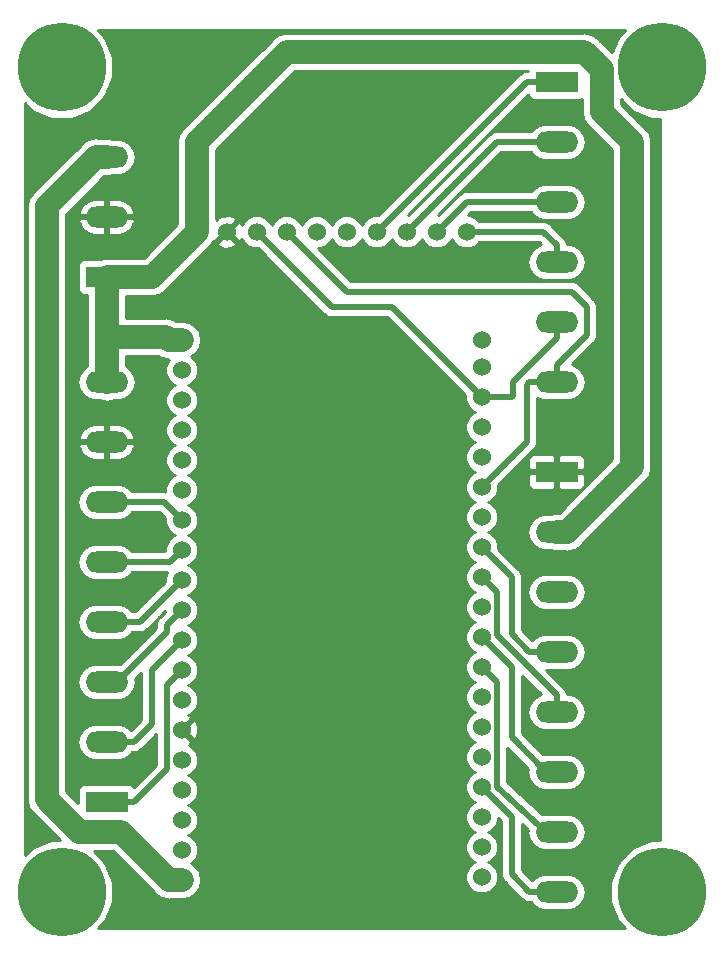
<source format=gtl>
G04 #@! TF.GenerationSoftware,KiCad,Pcbnew,5.0.2+dfsg1-1*
G04 #@! TF.CreationDate,2019-04-19T11:24:35+12:00*
G04 #@! TF.ProjectId,esp32,65737033-322e-46b6-9963-61645f706362,rev?*
G04 #@! TF.SameCoordinates,Original*
G04 #@! TF.FileFunction,Copper,L1,Top*
G04 #@! TF.FilePolarity,Positive*
%FSLAX46Y46*%
G04 Gerber Fmt 4.6, Leading zero omitted, Abs format (unit mm)*
G04 Created by KiCad (PCBNEW 5.0.2+dfsg1-1) date Fri 19 Apr 2019 11:24:35 NZST*
%MOMM*%
%LPD*%
G01*
G04 APERTURE LIST*
G04 #@! TA.AperFunction,ComponentPad*
%ADD10C,1.524000*%
G04 #@! TD*
G04 #@! TA.AperFunction,ComponentPad*
%ADD11C,7.500000*%
G04 #@! TD*
G04 #@! TA.AperFunction,ComponentPad*
%ADD12R,3.600000X1.800000*%
G04 #@! TD*
G04 #@! TA.AperFunction,ComponentPad*
%ADD13O,3.600000X1.800000*%
G04 #@! TD*
G04 #@! TA.AperFunction,Conductor*
%ADD14C,0.500000*%
G04 #@! TD*
G04 #@! TA.AperFunction,Conductor*
%ADD15C,2.000000*%
G04 #@! TD*
G04 #@! TA.AperFunction,Conductor*
%ADD16C,0.254000*%
G04 #@! TD*
G04 APERTURE END LIST*
D10*
G04 #@! TO.P,U1,1*
G04 #@! TO.N,Net-(U1-Pad1)*
X124460000Y-106680000D03*
G04 #@! TO.P,U1,2*
G04 #@! TO.N,Net-(U1-Pad2)*
X124460000Y-104140000D03*
G04 #@! TO.P,U1,3*
G04 #@! TO.N,Net-(U1-Pad3)*
X124460000Y-101600000D03*
G04 #@! TO.P,U1,4*
G04 #@! TO.N,IO_7*
X124460000Y-99060000D03*
G04 #@! TO.P,U1,5*
G04 #@! TO.N,Net-(U1-Pad5)*
X124460000Y-96520000D03*
G04 #@! TO.P,U1,6*
G04 #@! TO.N,Net-(U1-Pad6)*
X124460000Y-93980000D03*
G04 #@! TO.P,U1,7*
G04 #@! TO.N,Net-(U1-Pad7)*
X124460000Y-91440000D03*
G04 #@! TO.P,U1,8*
G04 #@! TO.N,IO_6*
X124460000Y-88900000D03*
G04 #@! TO.P,U1,9*
G04 #@! TO.N,IO_5*
X124460000Y-86360000D03*
G04 #@! TO.P,U1,10*
G04 #@! TO.N,Net-(U1-Pad10)*
X124460000Y-83820000D03*
G04 #@! TO.P,U1,11*
G04 #@! TO.N,IO_3*
X124460000Y-81280000D03*
G04 #@! TO.P,U1,12*
G04 #@! TO.N,IO_2*
X124460000Y-78740000D03*
G04 #@! TO.P,U1,13*
G04 #@! TO.N,Net-(U1-Pad13)*
X124460000Y-76200000D03*
G04 #@! TO.P,U1,14*
G04 #@! TO.N,SDA*
X124460000Y-73660000D03*
G04 #@! TO.P,U1,15*
G04 #@! TO.N,Net-(U1-Pad15)*
X124460000Y-71120000D03*
G04 #@! TO.P,U1,16*
G04 #@! TO.N,Net-(U1-Pad16)*
X124460000Y-68580000D03*
G04 #@! TO.P,U1,17*
G04 #@! TO.N,SCL*
X124460000Y-66040000D03*
G04 #@! TO.P,U1,18*
G04 #@! TO.N,IO_1*
X124460000Y-63500000D03*
G04 #@! TO.P,U1,19*
G04 #@! TO.N,Net-(U1-Pad19)*
X124460000Y-61214000D03*
G04 #@! TO.P,U1,20*
G04 #@! TO.N,+3V3*
X99060000Y-61214000D03*
G04 #@! TO.P,U1,21*
G04 #@! TO.N,Net-(U1-Pad21)*
X99060000Y-63754000D03*
G04 #@! TO.P,U1,22*
G04 #@! TO.N,Net-(U1-Pad22)*
X99060000Y-66294000D03*
G04 #@! TO.P,U1,23*
G04 #@! TO.N,Net-(U1-Pad23)*
X99060000Y-68834000D03*
G04 #@! TO.P,U1,24*
G04 #@! TO.N,Net-(U1-Pad24)*
X99060000Y-71374000D03*
G04 #@! TO.P,U1,25*
G04 #@! TO.N,Net-(U1-Pad25)*
X99060000Y-73914000D03*
G04 #@! TO.P,U1,26*
G04 #@! TO.N,IO_11*
X99060000Y-76454000D03*
G04 #@! TO.P,U1,27*
G04 #@! TO.N,IO_12*
X99060000Y-78994000D03*
G04 #@! TO.P,U1,28*
G04 #@! TO.N,IO_4*
X99060000Y-81534000D03*
G04 #@! TO.P,U1,29*
G04 #@! TO.N,IO_10*
X99060000Y-84074000D03*
G04 #@! TO.P,U1,30*
G04 #@! TO.N,IO_9*
X99060000Y-86614000D03*
G04 #@! TO.P,U1,31*
G04 #@! TO.N,IO_8*
X99060000Y-89154000D03*
G04 #@! TO.P,U1,32*
G04 #@! TO.N,Net-(U1-Pad32)*
X99060000Y-91694000D03*
G04 #@! TO.P,U1,33*
G04 #@! TO.N,GND*
X99060000Y-94234000D03*
G04 #@! TO.P,U1,34*
G04 #@! TO.N,Net-(U1-Pad34)*
X99060000Y-96774000D03*
G04 #@! TO.P,U1,35*
G04 #@! TO.N,Net-(U1-Pad35)*
X99060000Y-99314000D03*
G04 #@! TO.P,U1,36*
G04 #@! TO.N,Net-(U1-Pad36)*
X99060000Y-101854000D03*
G04 #@! TO.P,U1,37*
G04 #@! TO.N,Net-(U1-Pad37)*
X99060000Y-104394000D03*
G04 #@! TO.P,U1,38*
G04 #@! TO.N,+5V*
X99060000Y-106934000D03*
G04 #@! TD*
G04 #@! TO.P,U2,1*
G04 #@! TO.N,+3V3*
X100330000Y-52070000D03*
G04 #@! TO.P,U2,2*
G04 #@! TO.N,GND*
X102870000Y-52070000D03*
G04 #@! TO.P,U2,3*
G04 #@! TO.N,SCL*
X105410000Y-52070000D03*
G04 #@! TO.P,U2,4*
G04 #@! TO.N,SDA*
X107950000Y-52070000D03*
G04 #@! TO.P,U2,5*
G04 #@! TO.N,Net-(U2-Pad5)*
X110490000Y-52070000D03*
G04 #@! TO.P,U2,6*
G04 #@! TO.N,Net-(U2-Pad6)*
X113030000Y-52070000D03*
G04 #@! TO.P,U2,7*
G04 #@! TO.N,A0*
X115570000Y-52070000D03*
G04 #@! TO.P,U2,8*
G04 #@! TO.N,A1*
X118110000Y-52070000D03*
G04 #@! TO.P,U2,9*
G04 #@! TO.N,A2*
X120650000Y-52070000D03*
G04 #@! TO.P,U2,10*
G04 #@! TO.N,A3*
X123190000Y-52070000D03*
G04 #@! TD*
D11*
G04 #@! TO.P,MK1,1*
G04 #@! TO.N,N/C*
X88900000Y-38100000D03*
G04 #@! TD*
G04 #@! TO.P,MK2,1*
G04 #@! TO.N,N/C*
X139700000Y-38100000D03*
G04 #@! TD*
G04 #@! TO.P,MK3,1*
G04 #@! TO.N,N/C*
X139700000Y-107950000D03*
G04 #@! TD*
G04 #@! TO.P,MK4,1*
G04 #@! TO.N,N/C*
X88900000Y-107950000D03*
G04 #@! TD*
D12*
G04 #@! TO.P,P1,1*
G04 #@! TO.N,A0*
X130810000Y-39370000D03*
D13*
G04 #@! TO.P,P1,2*
G04 #@! TO.N,A1*
X130810000Y-44450000D03*
G04 #@! TO.P,P1,3*
G04 #@! TO.N,A2*
X130810000Y-49530000D03*
G04 #@! TO.P,P1,4*
G04 #@! TO.N,A3*
X130810000Y-54610000D03*
G04 #@! TO.P,P1,5*
G04 #@! TO.N,SCL*
X130810000Y-59690000D03*
G04 #@! TO.P,P1,6*
G04 #@! TO.N,SDA*
X130810000Y-64770000D03*
G04 #@! TD*
D12*
G04 #@! TO.P,P2,1*
G04 #@! TO.N,GND*
X130810000Y-72390000D03*
D13*
G04 #@! TO.P,P2,2*
G04 #@! TO.N,+3V3*
X130810000Y-77470000D03*
G04 #@! TO.P,P2,3*
G04 #@! TO.N,IO_1*
X130810000Y-82550000D03*
G04 #@! TO.P,P2,4*
G04 #@! TO.N,IO_2*
X130810000Y-87630000D03*
G04 #@! TO.P,P2,5*
G04 #@! TO.N,IO_3*
X130810000Y-92710000D03*
G04 #@! TO.P,P2,6*
G04 #@! TO.N,IO_5*
X130810000Y-97790000D03*
G04 #@! TO.P,P2,7*
G04 #@! TO.N,IO_6*
X130810000Y-102870000D03*
G04 #@! TO.P,P2,8*
G04 #@! TO.N,IO_7*
X130810000Y-107950000D03*
G04 #@! TD*
D12*
G04 #@! TO.P,P3,1*
G04 #@! TO.N,IO_8*
X92710000Y-100330000D03*
D13*
G04 #@! TO.P,P3,2*
G04 #@! TO.N,IO_9*
X92710000Y-95250000D03*
G04 #@! TO.P,P3,3*
G04 #@! TO.N,IO_10*
X92710000Y-90170000D03*
G04 #@! TO.P,P3,4*
G04 #@! TO.N,IO_4*
X92710000Y-85090000D03*
G04 #@! TO.P,P3,5*
G04 #@! TO.N,IO_12*
X92710000Y-80010000D03*
G04 #@! TO.P,P3,6*
G04 #@! TO.N,IO_11*
X92710000Y-74930000D03*
G04 #@! TO.P,P3,7*
G04 #@! TO.N,GND*
X92710000Y-69850000D03*
G04 #@! TO.P,P3,8*
G04 #@! TO.N,+3V3*
X92710000Y-64770000D03*
G04 #@! TD*
D12*
G04 #@! TO.P,P4,1*
G04 #@! TO.N,+3V3*
X92710000Y-55880000D03*
D13*
G04 #@! TO.P,P4,2*
G04 #@! TO.N,GND*
X92710000Y-50800000D03*
G04 #@! TO.P,P4,3*
G04 #@! TO.N,+5V*
X92710000Y-45720000D03*
G04 #@! TD*
D14*
G04 #@! TO.N,A0*
X115570000Y-52070000D02*
X128270000Y-39370000D01*
X128270000Y-39370000D02*
X130810000Y-39370000D01*
G04 #@! TO.N,A1*
X125730000Y-44450000D02*
X130810000Y-44450000D01*
X118110000Y-52070000D02*
X125730000Y-44450000D01*
G04 #@! TO.N,A2*
X120650000Y-52070000D02*
X123190000Y-49530000D01*
X123190000Y-49530000D02*
X130810000Y-49530000D01*
G04 #@! TO.N,A3*
X124267630Y-52070000D02*
X123190000Y-52070000D01*
X129670000Y-52070000D02*
X124267630Y-52070000D01*
X130810000Y-53210000D02*
X129670000Y-52070000D01*
X130810000Y-54610000D02*
X130810000Y-53210000D01*
G04 #@! TO.N,SDA*
X128510000Y-64770000D02*
X128270000Y-65010000D01*
X130810000Y-64770000D02*
X128510000Y-64770000D01*
X128270000Y-69850000D02*
X124460000Y-73660000D01*
X128270000Y-65010000D02*
X128270000Y-69850000D01*
X113030000Y-57150000D02*
X107950000Y-52070000D01*
X133350000Y-58420000D02*
X132080000Y-57150000D01*
X133350000Y-60830000D02*
X133350000Y-58420000D01*
X130810000Y-64770000D02*
X130810000Y-63370000D01*
X132080000Y-57150000D02*
X113030000Y-57150000D01*
X130810000Y-63370000D02*
X133350000Y-60830000D01*
G04 #@! TO.N,SCL*
X130810000Y-61090000D02*
X127130000Y-64770000D01*
X130810000Y-59690000D02*
X130810000Y-61090000D01*
X127130000Y-64770000D02*
X127130000Y-65910000D01*
X127000000Y-66040000D02*
X124460000Y-66040000D01*
X127130000Y-65910000D02*
X127000000Y-66040000D01*
X124460000Y-66040000D02*
X116840000Y-58420000D01*
X116840000Y-58420000D02*
X111760000Y-58420000D01*
X111760000Y-58420000D02*
X105410000Y-52070000D01*
D15*
G04 #@! TO.N,+3V3*
X97728370Y-60960000D02*
X92710000Y-60960000D01*
X99060000Y-61214000D02*
X97982370Y-61214000D01*
X97982370Y-61214000D02*
X97728370Y-60960000D01*
X92710000Y-64770000D02*
X92710000Y-60960000D01*
X92710000Y-60960000D02*
X92710000Y-55880000D01*
X96520000Y-55880000D02*
X100330000Y-52070000D01*
X92710000Y-55880000D02*
X96520000Y-55880000D01*
X100330000Y-52070000D02*
X100330000Y-44450000D01*
X100330000Y-44450000D02*
X107950000Y-36830000D01*
X133130002Y-36830000D02*
X134620000Y-38319998D01*
X107950000Y-36830000D02*
X133130002Y-36830000D01*
X134620000Y-38319998D02*
X134620000Y-41910000D01*
X134620000Y-41910000D02*
X137160000Y-44450000D01*
X131710000Y-77470000D02*
X130810000Y-77470000D01*
X137160000Y-72020000D02*
X131710000Y-77470000D01*
X137160000Y-44450000D02*
X137160000Y-72020000D01*
D14*
G04 #@! TO.N,IO_2*
X128510000Y-87630000D02*
X127000000Y-86120000D01*
X130810000Y-87630000D02*
X128510000Y-87630000D01*
X127000000Y-81280000D02*
X124460000Y-78740000D01*
X127000000Y-86120000D02*
X127000000Y-81280000D01*
G04 #@! TO.N,IO_3*
X130810000Y-91310000D02*
X125730000Y-86230000D01*
X130810000Y-92710000D02*
X130810000Y-91310000D01*
X125730000Y-82550000D02*
X124460000Y-81280000D01*
X125730000Y-86230000D02*
X125730000Y-82550000D01*
G04 #@! TO.N,IO_4*
X95504000Y-85090000D02*
X99060000Y-81534000D01*
X92710000Y-85090000D02*
X95504000Y-85090000D01*
G04 #@! TO.N,IO_5*
X129910000Y-97790000D02*
X127000000Y-94880000D01*
X130810000Y-97790000D02*
X129910000Y-97790000D01*
X127000000Y-94880000D02*
X127000000Y-88900000D01*
X127000000Y-88900000D02*
X124460000Y-86360000D01*
G04 #@! TO.N,IO_6*
X125730000Y-90170000D02*
X124460000Y-88900000D01*
X125730000Y-99060000D02*
X125730000Y-90170000D01*
X130810000Y-102870000D02*
X129910000Y-102870000D01*
X129910000Y-102870000D02*
X125730000Y-99060000D01*
G04 #@! TO.N,IO_7*
X128510000Y-107950000D02*
X127000000Y-106440000D01*
X130810000Y-107950000D02*
X128510000Y-107950000D01*
X127000000Y-101600000D02*
X124460000Y-99060000D01*
X127000000Y-106440000D02*
X127000000Y-101600000D01*
G04 #@! TO.N,IO_8*
X95010000Y-100330000D02*
X97790000Y-97550000D01*
X92710000Y-100330000D02*
X95010000Y-100330000D01*
X97790000Y-90424000D02*
X99060000Y-89154000D01*
X97790000Y-97550000D02*
X97790000Y-90424000D01*
G04 #@! TO.N,IO_9*
X95010000Y-95250000D02*
X96520000Y-93740000D01*
X92710000Y-95250000D02*
X95010000Y-95250000D01*
X96520000Y-89154000D02*
X99060000Y-86614000D01*
X96520000Y-93740000D02*
X96520000Y-89154000D01*
G04 #@! TO.N,IO_10*
X93610000Y-90170000D02*
X97790000Y-85990000D01*
X92710000Y-90170000D02*
X93610000Y-90170000D01*
X97790000Y-85344000D02*
X99060000Y-84074000D01*
X97790000Y-85990000D02*
X97790000Y-85344000D01*
G04 #@! TO.N,IO_11*
X97536000Y-74930000D02*
X99060000Y-76454000D01*
X92710000Y-74930000D02*
X97536000Y-74930000D01*
G04 #@! TO.N,IO_12*
X98044000Y-80010000D02*
X99060000Y-78994000D01*
X92710000Y-80010000D02*
X98044000Y-80010000D01*
D15*
G04 #@! TO.N,+5V*
X97982370Y-106934000D02*
X93918370Y-102870000D01*
X99060000Y-106934000D02*
X97982370Y-106934000D01*
X90389998Y-102870000D02*
X87630000Y-100110002D01*
X93918370Y-102870000D02*
X90389998Y-102870000D01*
X91810000Y-45720000D02*
X92710000Y-45720000D01*
X87630000Y-49900000D02*
X91810000Y-45720000D01*
X87630000Y-100110002D02*
X87630000Y-49900000D01*
G04 #@! TD*
D16*
G04 #@! TO.N,GND*
G36*
X128362560Y-38470000D02*
X128362560Y-38485000D01*
X128357159Y-38485000D01*
X128269999Y-38467663D01*
X128182839Y-38485000D01*
X128182835Y-38485000D01*
X127924690Y-38536348D01*
X127924688Y-38536349D01*
X127924689Y-38536349D01*
X127705845Y-38682576D01*
X127705844Y-38682577D01*
X127631951Y-38731951D01*
X127582577Y-38805844D01*
X115715422Y-50673000D01*
X115292119Y-50673000D01*
X114778663Y-50885680D01*
X114385680Y-51278663D01*
X114300000Y-51485513D01*
X114214320Y-51278663D01*
X113821337Y-50885680D01*
X113307881Y-50673000D01*
X112752119Y-50673000D01*
X112238663Y-50885680D01*
X111845680Y-51278663D01*
X111760000Y-51485513D01*
X111674320Y-51278663D01*
X111281337Y-50885680D01*
X110767881Y-50673000D01*
X110212119Y-50673000D01*
X109698663Y-50885680D01*
X109305680Y-51278663D01*
X109220000Y-51485513D01*
X109134320Y-51278663D01*
X108741337Y-50885680D01*
X108227881Y-50673000D01*
X107672119Y-50673000D01*
X107158663Y-50885680D01*
X106765680Y-51278663D01*
X106680000Y-51485513D01*
X106594320Y-51278663D01*
X106201337Y-50885680D01*
X105687881Y-50673000D01*
X105132119Y-50673000D01*
X104618663Y-50885680D01*
X104225680Y-51278663D01*
X104146572Y-51469647D01*
X104092397Y-51338857D01*
X103850213Y-51269392D01*
X103049605Y-52070000D01*
X103850213Y-52870608D01*
X104092397Y-52801143D01*
X104142535Y-52660607D01*
X104225680Y-52861337D01*
X104618663Y-53254320D01*
X105132119Y-53467000D01*
X105555422Y-53467000D01*
X111072577Y-58984156D01*
X111121951Y-59058049D01*
X111195844Y-59107423D01*
X111195845Y-59107424D01*
X111306880Y-59181615D01*
X111414690Y-59253652D01*
X111672835Y-59305000D01*
X111672839Y-59305000D01*
X111759999Y-59322337D01*
X111847159Y-59305000D01*
X116473422Y-59305000D01*
X123063000Y-65894579D01*
X123063000Y-66317881D01*
X123275680Y-66831337D01*
X123668663Y-67224320D01*
X123875513Y-67310000D01*
X123668663Y-67395680D01*
X123275680Y-67788663D01*
X123063000Y-68302119D01*
X123063000Y-68857881D01*
X123275680Y-69371337D01*
X123668663Y-69764320D01*
X123875513Y-69850000D01*
X123668663Y-69935680D01*
X123275680Y-70328663D01*
X123063000Y-70842119D01*
X123063000Y-71397881D01*
X123275680Y-71911337D01*
X123668663Y-72304320D01*
X123875513Y-72390000D01*
X123668663Y-72475680D01*
X123275680Y-72868663D01*
X123063000Y-73382119D01*
X123063000Y-73937881D01*
X123275680Y-74451337D01*
X123668663Y-74844320D01*
X123875513Y-74930000D01*
X123668663Y-75015680D01*
X123275680Y-75408663D01*
X123063000Y-75922119D01*
X123063000Y-76477881D01*
X123275680Y-76991337D01*
X123668663Y-77384320D01*
X123875513Y-77470000D01*
X123668663Y-77555680D01*
X123275680Y-77948663D01*
X123063000Y-78462119D01*
X123063000Y-79017881D01*
X123275680Y-79531337D01*
X123668663Y-79924320D01*
X123875513Y-80010000D01*
X123668663Y-80095680D01*
X123275680Y-80488663D01*
X123063000Y-81002119D01*
X123063000Y-81557881D01*
X123275680Y-82071337D01*
X123668663Y-82464320D01*
X123875513Y-82550000D01*
X123668663Y-82635680D01*
X123275680Y-83028663D01*
X123063000Y-83542119D01*
X123063000Y-84097881D01*
X123275680Y-84611337D01*
X123668663Y-85004320D01*
X123875513Y-85090000D01*
X123668663Y-85175680D01*
X123275680Y-85568663D01*
X123063000Y-86082119D01*
X123063000Y-86637881D01*
X123275680Y-87151337D01*
X123668663Y-87544320D01*
X123875513Y-87630000D01*
X123668663Y-87715680D01*
X123275680Y-88108663D01*
X123063000Y-88622119D01*
X123063000Y-89177881D01*
X123275680Y-89691337D01*
X123668663Y-90084320D01*
X123875513Y-90170000D01*
X123668663Y-90255680D01*
X123275680Y-90648663D01*
X123063000Y-91162119D01*
X123063000Y-91717881D01*
X123275680Y-92231337D01*
X123668663Y-92624320D01*
X123875513Y-92710000D01*
X123668663Y-92795680D01*
X123275680Y-93188663D01*
X123063000Y-93702119D01*
X123063000Y-94257881D01*
X123275680Y-94771337D01*
X123668663Y-95164320D01*
X123875513Y-95250000D01*
X123668663Y-95335680D01*
X123275680Y-95728663D01*
X123063000Y-96242119D01*
X123063000Y-96797881D01*
X123275680Y-97311337D01*
X123668663Y-97704320D01*
X123875513Y-97790000D01*
X123668663Y-97875680D01*
X123275680Y-98268663D01*
X123063000Y-98782119D01*
X123063000Y-99337881D01*
X123275680Y-99851337D01*
X123668663Y-100244320D01*
X123875513Y-100330000D01*
X123668663Y-100415680D01*
X123275680Y-100808663D01*
X123063000Y-101322119D01*
X123063000Y-101877881D01*
X123275680Y-102391337D01*
X123668663Y-102784320D01*
X123875513Y-102870000D01*
X123668663Y-102955680D01*
X123275680Y-103348663D01*
X123063000Y-103862119D01*
X123063000Y-104417881D01*
X123275680Y-104931337D01*
X123668663Y-105324320D01*
X123875513Y-105410000D01*
X123668663Y-105495680D01*
X123275680Y-105888663D01*
X123063000Y-106402119D01*
X123063000Y-106957881D01*
X123275680Y-107471337D01*
X123668663Y-107864320D01*
X124182119Y-108077000D01*
X124737881Y-108077000D01*
X125251337Y-107864320D01*
X125644320Y-107471337D01*
X125857000Y-106957881D01*
X125857000Y-106402119D01*
X125644320Y-105888663D01*
X125251337Y-105495680D01*
X125044487Y-105410000D01*
X125251337Y-105324320D01*
X125644320Y-104931337D01*
X125857000Y-104417881D01*
X125857000Y-103862119D01*
X125644320Y-103348663D01*
X125251337Y-102955680D01*
X125044487Y-102870000D01*
X125251337Y-102784320D01*
X125644320Y-102391337D01*
X125857000Y-101877881D01*
X125857000Y-101708579D01*
X126115001Y-101966580D01*
X126115000Y-106352839D01*
X126097663Y-106440000D01*
X126115000Y-106527161D01*
X126115000Y-106527164D01*
X126166348Y-106785309D01*
X126361951Y-107078049D01*
X126435847Y-107127425D01*
X127822577Y-108514156D01*
X127871951Y-108588049D01*
X127945844Y-108637423D01*
X127945845Y-108637424D01*
X128056880Y-108711615D01*
X128164690Y-108783652D01*
X128422835Y-108835000D01*
X128422839Y-108835000D01*
X128509999Y-108852337D01*
X128597159Y-108835000D01*
X128655210Y-108835000D01*
X128803327Y-109056673D01*
X129311073Y-109395938D01*
X129758818Y-109485000D01*
X131861182Y-109485000D01*
X132308927Y-109395938D01*
X132816673Y-109056673D01*
X133155938Y-108548927D01*
X133275072Y-107950000D01*
X133155938Y-107351073D01*
X132816673Y-106843327D01*
X132308927Y-106504062D01*
X131861182Y-106415000D01*
X129758818Y-106415000D01*
X129311073Y-106504062D01*
X128803327Y-106843327D01*
X128743878Y-106932299D01*
X127885000Y-106073422D01*
X127885000Y-102221714D01*
X128383499Y-102676088D01*
X128344928Y-102870000D01*
X128464062Y-103468927D01*
X128803327Y-103976673D01*
X129311073Y-104315938D01*
X129758818Y-104405000D01*
X131861182Y-104405000D01*
X132308927Y-104315938D01*
X132816673Y-103976673D01*
X133155938Y-103468927D01*
X133275072Y-102870000D01*
X133155938Y-102271073D01*
X132816673Y-101763327D01*
X132308927Y-101424062D01*
X131861182Y-101335000D01*
X129758818Y-101335000D01*
X129578943Y-101370779D01*
X126615000Y-98669196D01*
X126615000Y-95746578D01*
X128396940Y-97528519D01*
X128344928Y-97790000D01*
X128464062Y-98388927D01*
X128803327Y-98896673D01*
X129311073Y-99235938D01*
X129758818Y-99325000D01*
X131861182Y-99325000D01*
X132308927Y-99235938D01*
X132816673Y-98896673D01*
X133155938Y-98388927D01*
X133275072Y-97790000D01*
X133155938Y-97191073D01*
X132816673Y-96683327D01*
X132308927Y-96344062D01*
X131861182Y-96255000D01*
X129758818Y-96255000D01*
X129648519Y-96276940D01*
X127885000Y-94513422D01*
X127885000Y-89636579D01*
X129479067Y-91230646D01*
X129311073Y-91264062D01*
X128803327Y-91603327D01*
X128464062Y-92111073D01*
X128344928Y-92710000D01*
X128464062Y-93308927D01*
X128803327Y-93816673D01*
X129311073Y-94155938D01*
X129758818Y-94245000D01*
X131861182Y-94245000D01*
X132308927Y-94155938D01*
X132816673Y-93816673D01*
X133155938Y-93308927D01*
X133275072Y-92710000D01*
X133155938Y-92111073D01*
X132816673Y-91603327D01*
X132308927Y-91264062D01*
X131861182Y-91175000D01*
X131685485Y-91175000D01*
X131643652Y-90964690D01*
X131571979Y-90857424D01*
X131497424Y-90745845D01*
X131497423Y-90745844D01*
X131448049Y-90671951D01*
X131374156Y-90622577D01*
X129916579Y-89165000D01*
X131861182Y-89165000D01*
X132308927Y-89075938D01*
X132816673Y-88736673D01*
X133155938Y-88228927D01*
X133275072Y-87630000D01*
X133155938Y-87031073D01*
X132816673Y-86523327D01*
X132308927Y-86184062D01*
X131861182Y-86095000D01*
X129758818Y-86095000D01*
X129311073Y-86184062D01*
X128803327Y-86523327D01*
X128743878Y-86612299D01*
X127885000Y-85753422D01*
X127885000Y-82550000D01*
X128344928Y-82550000D01*
X128464062Y-83148927D01*
X128803327Y-83656673D01*
X129311073Y-83995938D01*
X129758818Y-84085000D01*
X131861182Y-84085000D01*
X132308927Y-83995938D01*
X132816673Y-83656673D01*
X133155938Y-83148927D01*
X133275072Y-82550000D01*
X133155938Y-81951073D01*
X132816673Y-81443327D01*
X132308927Y-81104062D01*
X131861182Y-81015000D01*
X129758818Y-81015000D01*
X129311073Y-81104062D01*
X128803327Y-81443327D01*
X128464062Y-81951073D01*
X128344928Y-82550000D01*
X127885000Y-82550000D01*
X127885000Y-81367159D01*
X127902337Y-81279999D01*
X127885000Y-81192839D01*
X127885000Y-81192835D01*
X127833652Y-80934690D01*
X127638049Y-80641951D01*
X127564156Y-80592577D01*
X125857000Y-78885422D01*
X125857000Y-78462119D01*
X125644320Y-77948663D01*
X125251337Y-77555680D01*
X125044487Y-77470000D01*
X125251337Y-77384320D01*
X125644320Y-76991337D01*
X125857000Y-76477881D01*
X125857000Y-75922119D01*
X125644320Y-75408663D01*
X125251337Y-75015680D01*
X125044487Y-74930000D01*
X125251337Y-74844320D01*
X125644320Y-74451337D01*
X125857000Y-73937881D01*
X125857000Y-73514578D01*
X126695828Y-72675750D01*
X128375000Y-72675750D01*
X128375000Y-73416309D01*
X128471673Y-73649698D01*
X128650301Y-73828327D01*
X128883690Y-73925000D01*
X130524250Y-73925000D01*
X130683000Y-73766250D01*
X130683000Y-72517000D01*
X130937000Y-72517000D01*
X130937000Y-73766250D01*
X131095750Y-73925000D01*
X132736310Y-73925000D01*
X132969699Y-73828327D01*
X133148327Y-73649698D01*
X133245000Y-73416309D01*
X133245000Y-72675750D01*
X133086250Y-72517000D01*
X130937000Y-72517000D01*
X130683000Y-72517000D01*
X128533750Y-72517000D01*
X128375000Y-72675750D01*
X126695828Y-72675750D01*
X128007887Y-71363691D01*
X128375000Y-71363691D01*
X128375000Y-72104250D01*
X128533750Y-72263000D01*
X130683000Y-72263000D01*
X130683000Y-71013750D01*
X130937000Y-71013750D01*
X130937000Y-72263000D01*
X133086250Y-72263000D01*
X133245000Y-72104250D01*
X133245000Y-71363691D01*
X133148327Y-71130302D01*
X132969699Y-70951673D01*
X132736310Y-70855000D01*
X131095750Y-70855000D01*
X130937000Y-71013750D01*
X130683000Y-71013750D01*
X130524250Y-70855000D01*
X128883690Y-70855000D01*
X128650301Y-70951673D01*
X128471673Y-71130302D01*
X128375000Y-71363691D01*
X128007887Y-71363691D01*
X128834156Y-70537423D01*
X128908049Y-70488049D01*
X129103652Y-70195310D01*
X129155000Y-69937165D01*
X129155000Y-69937161D01*
X129172337Y-69850000D01*
X129155000Y-69762839D01*
X129155000Y-66111653D01*
X129311073Y-66215938D01*
X129758818Y-66305000D01*
X131861182Y-66305000D01*
X132308927Y-66215938D01*
X132816673Y-65876673D01*
X133155938Y-65368927D01*
X133275072Y-64770000D01*
X133155938Y-64171073D01*
X132816673Y-63663327D01*
X132308927Y-63324062D01*
X132140932Y-63290646D01*
X133914156Y-61517423D01*
X133988049Y-61468049D01*
X134183652Y-61175310D01*
X134235000Y-60917165D01*
X134235000Y-60917161D01*
X134252337Y-60830001D01*
X134235000Y-60742841D01*
X134235000Y-58507159D01*
X134252337Y-58419999D01*
X134235000Y-58332839D01*
X134235000Y-58332835D01*
X134183652Y-58074690D01*
X133988049Y-57781951D01*
X133914156Y-57732577D01*
X132767425Y-56585847D01*
X132718049Y-56511951D01*
X132425310Y-56316348D01*
X132167165Y-56265000D01*
X132167161Y-56265000D01*
X132080000Y-56247663D01*
X131992839Y-56265000D01*
X113396579Y-56265000D01*
X110598578Y-53467000D01*
X110767881Y-53467000D01*
X111281337Y-53254320D01*
X111674320Y-52861337D01*
X111760000Y-52654487D01*
X111845680Y-52861337D01*
X112238663Y-53254320D01*
X112752119Y-53467000D01*
X113307881Y-53467000D01*
X113821337Y-53254320D01*
X114214320Y-52861337D01*
X114300000Y-52654487D01*
X114385680Y-52861337D01*
X114778663Y-53254320D01*
X115292119Y-53467000D01*
X115847881Y-53467000D01*
X116361337Y-53254320D01*
X116754320Y-52861337D01*
X116840000Y-52654487D01*
X116925680Y-52861337D01*
X117318663Y-53254320D01*
X117832119Y-53467000D01*
X118387881Y-53467000D01*
X118901337Y-53254320D01*
X119294320Y-52861337D01*
X119380000Y-52654487D01*
X119465680Y-52861337D01*
X119858663Y-53254320D01*
X120372119Y-53467000D01*
X120927881Y-53467000D01*
X121441337Y-53254320D01*
X121834320Y-52861337D01*
X121920000Y-52654487D01*
X122005680Y-52861337D01*
X122398663Y-53254320D01*
X122912119Y-53467000D01*
X123467881Y-53467000D01*
X123981337Y-53254320D01*
X124280657Y-52955000D01*
X129303422Y-52955000D01*
X129479067Y-53130646D01*
X129311073Y-53164062D01*
X128803327Y-53503327D01*
X128464062Y-54011073D01*
X128344928Y-54610000D01*
X128464062Y-55208927D01*
X128803327Y-55716673D01*
X129311073Y-56055938D01*
X129758818Y-56145000D01*
X131861182Y-56145000D01*
X132308927Y-56055938D01*
X132816673Y-55716673D01*
X133155938Y-55208927D01*
X133275072Y-54610000D01*
X133155938Y-54011073D01*
X132816673Y-53503327D01*
X132308927Y-53164062D01*
X131861182Y-53075000D01*
X131685485Y-53075000D01*
X131643652Y-52864690D01*
X131538987Y-52708049D01*
X131497424Y-52645845D01*
X131497423Y-52645844D01*
X131448049Y-52571951D01*
X131374156Y-52522577D01*
X130357424Y-51505846D01*
X130308049Y-51431951D01*
X130015310Y-51236348D01*
X129757165Y-51185000D01*
X129757161Y-51185000D01*
X129670000Y-51167663D01*
X129582839Y-51185000D01*
X124280657Y-51185000D01*
X123981337Y-50885680D01*
X123467881Y-50673000D01*
X123298579Y-50673000D01*
X123556579Y-50415000D01*
X128655210Y-50415000D01*
X128803327Y-50636673D01*
X129311073Y-50975938D01*
X129758818Y-51065000D01*
X131861182Y-51065000D01*
X132308927Y-50975938D01*
X132816673Y-50636673D01*
X133155938Y-50128927D01*
X133275072Y-49530000D01*
X133155938Y-48931073D01*
X132816673Y-48423327D01*
X132308927Y-48084062D01*
X131861182Y-47995000D01*
X129758818Y-47995000D01*
X129311073Y-48084062D01*
X128803327Y-48423327D01*
X128655210Y-48645000D01*
X123277159Y-48645000D01*
X123189999Y-48627663D01*
X123102839Y-48645000D01*
X123102835Y-48645000D01*
X122844690Y-48696348D01*
X122844688Y-48696349D01*
X122844689Y-48696349D01*
X122625845Y-48842576D01*
X122625844Y-48842577D01*
X122551951Y-48891951D01*
X122502577Y-48965844D01*
X120795422Y-50673000D01*
X120758578Y-50673000D01*
X126096579Y-45335000D01*
X128655210Y-45335000D01*
X128803327Y-45556673D01*
X129311073Y-45895938D01*
X129758818Y-45985000D01*
X131861182Y-45985000D01*
X132308927Y-45895938D01*
X132816673Y-45556673D01*
X133155938Y-45048927D01*
X133275072Y-44450000D01*
X133155938Y-43851073D01*
X132816673Y-43343327D01*
X132308927Y-43004062D01*
X131861182Y-42915000D01*
X129758818Y-42915000D01*
X129311073Y-43004062D01*
X128803327Y-43343327D01*
X128655210Y-43565000D01*
X125817159Y-43565000D01*
X125729999Y-43547663D01*
X125642839Y-43565000D01*
X125642835Y-43565000D01*
X125384690Y-43616348D01*
X125384688Y-43616349D01*
X125384689Y-43616349D01*
X125165845Y-43762576D01*
X125165844Y-43762577D01*
X125091951Y-43811951D01*
X125042577Y-43885844D01*
X118255422Y-50673000D01*
X118218578Y-50673000D01*
X128405534Y-40486045D01*
X128411843Y-40517765D01*
X128552191Y-40727809D01*
X128762235Y-40868157D01*
X129010000Y-40917440D01*
X132610000Y-40917440D01*
X132857765Y-40868157D01*
X132985001Y-40783140D01*
X132985001Y-41748966D01*
X132952969Y-41910000D01*
X133067344Y-42485000D01*
X133079865Y-42547945D01*
X133441232Y-43088769D01*
X133577748Y-43179986D01*
X135525000Y-45127239D01*
X135525001Y-71342760D01*
X131032762Y-75835000D01*
X130648969Y-75835000D01*
X130172055Y-75929864D01*
X130164368Y-75935000D01*
X129758818Y-75935000D01*
X129311073Y-76024062D01*
X128803327Y-76363327D01*
X128464062Y-76871073D01*
X128344928Y-77470000D01*
X128464062Y-78068927D01*
X128803327Y-78576673D01*
X129311073Y-78915938D01*
X129758818Y-79005000D01*
X130164368Y-79005000D01*
X130172055Y-79010136D01*
X130648969Y-79105000D01*
X131548970Y-79105000D01*
X131710000Y-79137031D01*
X131871030Y-79105000D01*
X131871031Y-79105000D01*
X132347945Y-79010136D01*
X132888769Y-78648769D01*
X132979988Y-78512250D01*
X138202253Y-73289986D01*
X138338769Y-73198769D01*
X138700136Y-72657945D01*
X138795000Y-72181031D01*
X138795000Y-72181030D01*
X138827031Y-72020000D01*
X138795000Y-71858970D01*
X138795000Y-44611025D01*
X138827030Y-44449999D01*
X138795000Y-44288973D01*
X138795000Y-44288969D01*
X138700136Y-43812055D01*
X138338769Y-43271231D01*
X138202253Y-43180014D01*
X136255000Y-41232762D01*
X136255000Y-40856326D01*
X137216097Y-41817423D01*
X138827769Y-42485000D01*
X139573000Y-42485000D01*
X139573000Y-103565000D01*
X138827769Y-103565000D01*
X137216097Y-104232577D01*
X135982577Y-105466097D01*
X135315000Y-107077769D01*
X135315000Y-108822231D01*
X135982577Y-110433903D01*
X136598674Y-111050000D01*
X92001326Y-111050000D01*
X92617423Y-110433903D01*
X93285000Y-108822231D01*
X93285000Y-107077769D01*
X92617423Y-105466097D01*
X91656326Y-104505000D01*
X93241132Y-104505000D01*
X96712384Y-107976253D01*
X96803601Y-108112769D01*
X97344425Y-108474136D01*
X97821339Y-108569000D01*
X97821340Y-108569000D01*
X97982370Y-108601031D01*
X98143400Y-108569000D01*
X99221031Y-108569000D01*
X99697945Y-108474136D01*
X100238769Y-108112769D01*
X100600136Y-107571945D01*
X100727031Y-106934000D01*
X100600136Y-106296055D01*
X100238769Y-105755231D01*
X99900470Y-105529187D01*
X100244320Y-105185337D01*
X100457000Y-104671881D01*
X100457000Y-104116119D01*
X100244320Y-103602663D01*
X99851337Y-103209680D01*
X99644487Y-103124000D01*
X99851337Y-103038320D01*
X100244320Y-102645337D01*
X100457000Y-102131881D01*
X100457000Y-101576119D01*
X100244320Y-101062663D01*
X99851337Y-100669680D01*
X99644487Y-100584000D01*
X99851337Y-100498320D01*
X100244320Y-100105337D01*
X100457000Y-99591881D01*
X100457000Y-99036119D01*
X100244320Y-98522663D01*
X99851337Y-98129680D01*
X99644487Y-98044000D01*
X99851337Y-97958320D01*
X100244320Y-97565337D01*
X100457000Y-97051881D01*
X100457000Y-96496119D01*
X100244320Y-95982663D01*
X99851337Y-95589680D01*
X99660353Y-95510572D01*
X99791143Y-95456397D01*
X99860608Y-95214213D01*
X99060000Y-94413605D01*
X99045858Y-94427748D01*
X98866253Y-94248143D01*
X98880395Y-94234000D01*
X99239605Y-94234000D01*
X100040213Y-95034608D01*
X100282397Y-94965143D01*
X100469144Y-94441698D01*
X100441362Y-93886632D01*
X100282397Y-93502857D01*
X100040213Y-93433392D01*
X99239605Y-94234000D01*
X98880395Y-94234000D01*
X98866253Y-94219858D01*
X99045858Y-94040253D01*
X99060000Y-94054395D01*
X99860608Y-93253787D01*
X99791143Y-93011603D01*
X99650607Y-92961465D01*
X99851337Y-92878320D01*
X100244320Y-92485337D01*
X100457000Y-91971881D01*
X100457000Y-91416119D01*
X100244320Y-90902663D01*
X99851337Y-90509680D01*
X99644487Y-90424000D01*
X99851337Y-90338320D01*
X100244320Y-89945337D01*
X100457000Y-89431881D01*
X100457000Y-88876119D01*
X100244320Y-88362663D01*
X99851337Y-87969680D01*
X99644487Y-87884000D01*
X99851337Y-87798320D01*
X100244320Y-87405337D01*
X100457000Y-86891881D01*
X100457000Y-86336119D01*
X100244320Y-85822663D01*
X99851337Y-85429680D01*
X99644487Y-85344000D01*
X99851337Y-85258320D01*
X100244320Y-84865337D01*
X100457000Y-84351881D01*
X100457000Y-83796119D01*
X100244320Y-83282663D01*
X99851337Y-82889680D01*
X99644487Y-82804000D01*
X99851337Y-82718320D01*
X100244320Y-82325337D01*
X100457000Y-81811881D01*
X100457000Y-81256119D01*
X100244320Y-80742663D01*
X99851337Y-80349680D01*
X99644487Y-80264000D01*
X99851337Y-80178320D01*
X100244320Y-79785337D01*
X100457000Y-79271881D01*
X100457000Y-78716119D01*
X100244320Y-78202663D01*
X99851337Y-77809680D01*
X99644487Y-77724000D01*
X99851337Y-77638320D01*
X100244320Y-77245337D01*
X100457000Y-76731881D01*
X100457000Y-76176119D01*
X100244320Y-75662663D01*
X99851337Y-75269680D01*
X99644487Y-75184000D01*
X99851337Y-75098320D01*
X100244320Y-74705337D01*
X100457000Y-74191881D01*
X100457000Y-73636119D01*
X100244320Y-73122663D01*
X99851337Y-72729680D01*
X99644487Y-72644000D01*
X99851337Y-72558320D01*
X100244320Y-72165337D01*
X100457000Y-71651881D01*
X100457000Y-71096119D01*
X100244320Y-70582663D01*
X99851337Y-70189680D01*
X99644487Y-70104000D01*
X99851337Y-70018320D01*
X100244320Y-69625337D01*
X100457000Y-69111881D01*
X100457000Y-68556119D01*
X100244320Y-68042663D01*
X99851337Y-67649680D01*
X99644487Y-67564000D01*
X99851337Y-67478320D01*
X100244320Y-67085337D01*
X100457000Y-66571881D01*
X100457000Y-66016119D01*
X100244320Y-65502663D01*
X99851337Y-65109680D01*
X99644487Y-65024000D01*
X99851337Y-64938320D01*
X100244320Y-64545337D01*
X100457000Y-64031881D01*
X100457000Y-63476119D01*
X100244320Y-62962663D01*
X99900470Y-62618813D01*
X100238769Y-62392769D01*
X100600136Y-61851945D01*
X100727031Y-61214000D01*
X100600136Y-60576055D01*
X100238769Y-60035231D01*
X99697945Y-59673864D01*
X99221031Y-59579000D01*
X98604479Y-59579000D01*
X98366315Y-59419864D01*
X97889401Y-59325000D01*
X97889400Y-59325000D01*
X97728370Y-59292969D01*
X97567340Y-59325000D01*
X94345000Y-59325000D01*
X94345000Y-57515000D01*
X96358970Y-57515000D01*
X96520000Y-57547031D01*
X96681030Y-57515000D01*
X96681031Y-57515000D01*
X97157945Y-57420136D01*
X97698769Y-57058769D01*
X97789988Y-56922250D01*
X101372253Y-53339986D01*
X101508769Y-53248769D01*
X101641439Y-53050213D01*
X102069392Y-53050213D01*
X102138857Y-53292397D01*
X102662302Y-53479144D01*
X103217368Y-53451362D01*
X103601143Y-53292397D01*
X103670608Y-53050213D01*
X102870000Y-52249605D01*
X102069392Y-53050213D01*
X101641439Y-53050213D01*
X101761448Y-52870608D01*
X101782089Y-52839717D01*
X101889787Y-52870608D01*
X102690395Y-52070000D01*
X102676253Y-52055858D01*
X102855858Y-51876253D01*
X102870000Y-51890395D01*
X103670608Y-51089787D01*
X103601143Y-50847603D01*
X103077698Y-50660856D01*
X102522632Y-50688638D01*
X102138857Y-50847603D01*
X102069393Y-51089785D01*
X101965000Y-50985392D01*
X101965000Y-45127238D01*
X108627239Y-38465000D01*
X128363555Y-38465000D01*
X128362560Y-38470000D01*
X128362560Y-38470000D01*
G37*
X128362560Y-38470000D02*
X128362560Y-38485000D01*
X128357159Y-38485000D01*
X128269999Y-38467663D01*
X128182839Y-38485000D01*
X128182835Y-38485000D01*
X127924690Y-38536348D01*
X127924688Y-38536349D01*
X127924689Y-38536349D01*
X127705845Y-38682576D01*
X127705844Y-38682577D01*
X127631951Y-38731951D01*
X127582577Y-38805844D01*
X115715422Y-50673000D01*
X115292119Y-50673000D01*
X114778663Y-50885680D01*
X114385680Y-51278663D01*
X114300000Y-51485513D01*
X114214320Y-51278663D01*
X113821337Y-50885680D01*
X113307881Y-50673000D01*
X112752119Y-50673000D01*
X112238663Y-50885680D01*
X111845680Y-51278663D01*
X111760000Y-51485513D01*
X111674320Y-51278663D01*
X111281337Y-50885680D01*
X110767881Y-50673000D01*
X110212119Y-50673000D01*
X109698663Y-50885680D01*
X109305680Y-51278663D01*
X109220000Y-51485513D01*
X109134320Y-51278663D01*
X108741337Y-50885680D01*
X108227881Y-50673000D01*
X107672119Y-50673000D01*
X107158663Y-50885680D01*
X106765680Y-51278663D01*
X106680000Y-51485513D01*
X106594320Y-51278663D01*
X106201337Y-50885680D01*
X105687881Y-50673000D01*
X105132119Y-50673000D01*
X104618663Y-50885680D01*
X104225680Y-51278663D01*
X104146572Y-51469647D01*
X104092397Y-51338857D01*
X103850213Y-51269392D01*
X103049605Y-52070000D01*
X103850213Y-52870608D01*
X104092397Y-52801143D01*
X104142535Y-52660607D01*
X104225680Y-52861337D01*
X104618663Y-53254320D01*
X105132119Y-53467000D01*
X105555422Y-53467000D01*
X111072577Y-58984156D01*
X111121951Y-59058049D01*
X111195844Y-59107423D01*
X111195845Y-59107424D01*
X111306880Y-59181615D01*
X111414690Y-59253652D01*
X111672835Y-59305000D01*
X111672839Y-59305000D01*
X111759999Y-59322337D01*
X111847159Y-59305000D01*
X116473422Y-59305000D01*
X123063000Y-65894579D01*
X123063000Y-66317881D01*
X123275680Y-66831337D01*
X123668663Y-67224320D01*
X123875513Y-67310000D01*
X123668663Y-67395680D01*
X123275680Y-67788663D01*
X123063000Y-68302119D01*
X123063000Y-68857881D01*
X123275680Y-69371337D01*
X123668663Y-69764320D01*
X123875513Y-69850000D01*
X123668663Y-69935680D01*
X123275680Y-70328663D01*
X123063000Y-70842119D01*
X123063000Y-71397881D01*
X123275680Y-71911337D01*
X123668663Y-72304320D01*
X123875513Y-72390000D01*
X123668663Y-72475680D01*
X123275680Y-72868663D01*
X123063000Y-73382119D01*
X123063000Y-73937881D01*
X123275680Y-74451337D01*
X123668663Y-74844320D01*
X123875513Y-74930000D01*
X123668663Y-75015680D01*
X123275680Y-75408663D01*
X123063000Y-75922119D01*
X123063000Y-76477881D01*
X123275680Y-76991337D01*
X123668663Y-77384320D01*
X123875513Y-77470000D01*
X123668663Y-77555680D01*
X123275680Y-77948663D01*
X123063000Y-78462119D01*
X123063000Y-79017881D01*
X123275680Y-79531337D01*
X123668663Y-79924320D01*
X123875513Y-80010000D01*
X123668663Y-80095680D01*
X123275680Y-80488663D01*
X123063000Y-81002119D01*
X123063000Y-81557881D01*
X123275680Y-82071337D01*
X123668663Y-82464320D01*
X123875513Y-82550000D01*
X123668663Y-82635680D01*
X123275680Y-83028663D01*
X123063000Y-83542119D01*
X123063000Y-84097881D01*
X123275680Y-84611337D01*
X123668663Y-85004320D01*
X123875513Y-85090000D01*
X123668663Y-85175680D01*
X123275680Y-85568663D01*
X123063000Y-86082119D01*
X123063000Y-86637881D01*
X123275680Y-87151337D01*
X123668663Y-87544320D01*
X123875513Y-87630000D01*
X123668663Y-87715680D01*
X123275680Y-88108663D01*
X123063000Y-88622119D01*
X123063000Y-89177881D01*
X123275680Y-89691337D01*
X123668663Y-90084320D01*
X123875513Y-90170000D01*
X123668663Y-90255680D01*
X123275680Y-90648663D01*
X123063000Y-91162119D01*
X123063000Y-91717881D01*
X123275680Y-92231337D01*
X123668663Y-92624320D01*
X123875513Y-92710000D01*
X123668663Y-92795680D01*
X123275680Y-93188663D01*
X123063000Y-93702119D01*
X123063000Y-94257881D01*
X123275680Y-94771337D01*
X123668663Y-95164320D01*
X123875513Y-95250000D01*
X123668663Y-95335680D01*
X123275680Y-95728663D01*
X123063000Y-96242119D01*
X123063000Y-96797881D01*
X123275680Y-97311337D01*
X123668663Y-97704320D01*
X123875513Y-97790000D01*
X123668663Y-97875680D01*
X123275680Y-98268663D01*
X123063000Y-98782119D01*
X123063000Y-99337881D01*
X123275680Y-99851337D01*
X123668663Y-100244320D01*
X123875513Y-100330000D01*
X123668663Y-100415680D01*
X123275680Y-100808663D01*
X123063000Y-101322119D01*
X123063000Y-101877881D01*
X123275680Y-102391337D01*
X123668663Y-102784320D01*
X123875513Y-102870000D01*
X123668663Y-102955680D01*
X123275680Y-103348663D01*
X123063000Y-103862119D01*
X123063000Y-104417881D01*
X123275680Y-104931337D01*
X123668663Y-105324320D01*
X123875513Y-105410000D01*
X123668663Y-105495680D01*
X123275680Y-105888663D01*
X123063000Y-106402119D01*
X123063000Y-106957881D01*
X123275680Y-107471337D01*
X123668663Y-107864320D01*
X124182119Y-108077000D01*
X124737881Y-108077000D01*
X125251337Y-107864320D01*
X125644320Y-107471337D01*
X125857000Y-106957881D01*
X125857000Y-106402119D01*
X125644320Y-105888663D01*
X125251337Y-105495680D01*
X125044487Y-105410000D01*
X125251337Y-105324320D01*
X125644320Y-104931337D01*
X125857000Y-104417881D01*
X125857000Y-103862119D01*
X125644320Y-103348663D01*
X125251337Y-102955680D01*
X125044487Y-102870000D01*
X125251337Y-102784320D01*
X125644320Y-102391337D01*
X125857000Y-101877881D01*
X125857000Y-101708579D01*
X126115001Y-101966580D01*
X126115000Y-106352839D01*
X126097663Y-106440000D01*
X126115000Y-106527161D01*
X126115000Y-106527164D01*
X126166348Y-106785309D01*
X126361951Y-107078049D01*
X126435847Y-107127425D01*
X127822577Y-108514156D01*
X127871951Y-108588049D01*
X127945844Y-108637423D01*
X127945845Y-108637424D01*
X128056880Y-108711615D01*
X128164690Y-108783652D01*
X128422835Y-108835000D01*
X128422839Y-108835000D01*
X128509999Y-108852337D01*
X128597159Y-108835000D01*
X128655210Y-108835000D01*
X128803327Y-109056673D01*
X129311073Y-109395938D01*
X129758818Y-109485000D01*
X131861182Y-109485000D01*
X132308927Y-109395938D01*
X132816673Y-109056673D01*
X133155938Y-108548927D01*
X133275072Y-107950000D01*
X133155938Y-107351073D01*
X132816673Y-106843327D01*
X132308927Y-106504062D01*
X131861182Y-106415000D01*
X129758818Y-106415000D01*
X129311073Y-106504062D01*
X128803327Y-106843327D01*
X128743878Y-106932299D01*
X127885000Y-106073422D01*
X127885000Y-102221714D01*
X128383499Y-102676088D01*
X128344928Y-102870000D01*
X128464062Y-103468927D01*
X128803327Y-103976673D01*
X129311073Y-104315938D01*
X129758818Y-104405000D01*
X131861182Y-104405000D01*
X132308927Y-104315938D01*
X132816673Y-103976673D01*
X133155938Y-103468927D01*
X133275072Y-102870000D01*
X133155938Y-102271073D01*
X132816673Y-101763327D01*
X132308927Y-101424062D01*
X131861182Y-101335000D01*
X129758818Y-101335000D01*
X129578943Y-101370779D01*
X126615000Y-98669196D01*
X126615000Y-95746578D01*
X128396940Y-97528519D01*
X128344928Y-97790000D01*
X128464062Y-98388927D01*
X128803327Y-98896673D01*
X129311073Y-99235938D01*
X129758818Y-99325000D01*
X131861182Y-99325000D01*
X132308927Y-99235938D01*
X132816673Y-98896673D01*
X133155938Y-98388927D01*
X133275072Y-97790000D01*
X133155938Y-97191073D01*
X132816673Y-96683327D01*
X132308927Y-96344062D01*
X131861182Y-96255000D01*
X129758818Y-96255000D01*
X129648519Y-96276940D01*
X127885000Y-94513422D01*
X127885000Y-89636579D01*
X129479067Y-91230646D01*
X129311073Y-91264062D01*
X128803327Y-91603327D01*
X128464062Y-92111073D01*
X128344928Y-92710000D01*
X128464062Y-93308927D01*
X128803327Y-93816673D01*
X129311073Y-94155938D01*
X129758818Y-94245000D01*
X131861182Y-94245000D01*
X132308927Y-94155938D01*
X132816673Y-93816673D01*
X133155938Y-93308927D01*
X133275072Y-92710000D01*
X133155938Y-92111073D01*
X132816673Y-91603327D01*
X132308927Y-91264062D01*
X131861182Y-91175000D01*
X131685485Y-91175000D01*
X131643652Y-90964690D01*
X131571979Y-90857424D01*
X131497424Y-90745845D01*
X131497423Y-90745844D01*
X131448049Y-90671951D01*
X131374156Y-90622577D01*
X129916579Y-89165000D01*
X131861182Y-89165000D01*
X132308927Y-89075938D01*
X132816673Y-88736673D01*
X133155938Y-88228927D01*
X133275072Y-87630000D01*
X133155938Y-87031073D01*
X132816673Y-86523327D01*
X132308927Y-86184062D01*
X131861182Y-86095000D01*
X129758818Y-86095000D01*
X129311073Y-86184062D01*
X128803327Y-86523327D01*
X128743878Y-86612299D01*
X127885000Y-85753422D01*
X127885000Y-82550000D01*
X128344928Y-82550000D01*
X128464062Y-83148927D01*
X128803327Y-83656673D01*
X129311073Y-83995938D01*
X129758818Y-84085000D01*
X131861182Y-84085000D01*
X132308927Y-83995938D01*
X132816673Y-83656673D01*
X133155938Y-83148927D01*
X133275072Y-82550000D01*
X133155938Y-81951073D01*
X132816673Y-81443327D01*
X132308927Y-81104062D01*
X131861182Y-81015000D01*
X129758818Y-81015000D01*
X129311073Y-81104062D01*
X128803327Y-81443327D01*
X128464062Y-81951073D01*
X128344928Y-82550000D01*
X127885000Y-82550000D01*
X127885000Y-81367159D01*
X127902337Y-81279999D01*
X127885000Y-81192839D01*
X127885000Y-81192835D01*
X127833652Y-80934690D01*
X127638049Y-80641951D01*
X127564156Y-80592577D01*
X125857000Y-78885422D01*
X125857000Y-78462119D01*
X125644320Y-77948663D01*
X125251337Y-77555680D01*
X125044487Y-77470000D01*
X125251337Y-77384320D01*
X125644320Y-76991337D01*
X125857000Y-76477881D01*
X125857000Y-75922119D01*
X125644320Y-75408663D01*
X125251337Y-75015680D01*
X125044487Y-74930000D01*
X125251337Y-74844320D01*
X125644320Y-74451337D01*
X125857000Y-73937881D01*
X125857000Y-73514578D01*
X126695828Y-72675750D01*
X128375000Y-72675750D01*
X128375000Y-73416309D01*
X128471673Y-73649698D01*
X128650301Y-73828327D01*
X128883690Y-73925000D01*
X130524250Y-73925000D01*
X130683000Y-73766250D01*
X130683000Y-72517000D01*
X130937000Y-72517000D01*
X130937000Y-73766250D01*
X131095750Y-73925000D01*
X132736310Y-73925000D01*
X132969699Y-73828327D01*
X133148327Y-73649698D01*
X133245000Y-73416309D01*
X133245000Y-72675750D01*
X133086250Y-72517000D01*
X130937000Y-72517000D01*
X130683000Y-72517000D01*
X128533750Y-72517000D01*
X128375000Y-72675750D01*
X126695828Y-72675750D01*
X128007887Y-71363691D01*
X128375000Y-71363691D01*
X128375000Y-72104250D01*
X128533750Y-72263000D01*
X130683000Y-72263000D01*
X130683000Y-71013750D01*
X130937000Y-71013750D01*
X130937000Y-72263000D01*
X133086250Y-72263000D01*
X133245000Y-72104250D01*
X133245000Y-71363691D01*
X133148327Y-71130302D01*
X132969699Y-70951673D01*
X132736310Y-70855000D01*
X131095750Y-70855000D01*
X130937000Y-71013750D01*
X130683000Y-71013750D01*
X130524250Y-70855000D01*
X128883690Y-70855000D01*
X128650301Y-70951673D01*
X128471673Y-71130302D01*
X128375000Y-71363691D01*
X128007887Y-71363691D01*
X128834156Y-70537423D01*
X128908049Y-70488049D01*
X129103652Y-70195310D01*
X129155000Y-69937165D01*
X129155000Y-69937161D01*
X129172337Y-69850000D01*
X129155000Y-69762839D01*
X129155000Y-66111653D01*
X129311073Y-66215938D01*
X129758818Y-66305000D01*
X131861182Y-66305000D01*
X132308927Y-66215938D01*
X132816673Y-65876673D01*
X133155938Y-65368927D01*
X133275072Y-64770000D01*
X133155938Y-64171073D01*
X132816673Y-63663327D01*
X132308927Y-63324062D01*
X132140932Y-63290646D01*
X133914156Y-61517423D01*
X133988049Y-61468049D01*
X134183652Y-61175310D01*
X134235000Y-60917165D01*
X134235000Y-60917161D01*
X134252337Y-60830001D01*
X134235000Y-60742841D01*
X134235000Y-58507159D01*
X134252337Y-58419999D01*
X134235000Y-58332839D01*
X134235000Y-58332835D01*
X134183652Y-58074690D01*
X133988049Y-57781951D01*
X133914156Y-57732577D01*
X132767425Y-56585847D01*
X132718049Y-56511951D01*
X132425310Y-56316348D01*
X132167165Y-56265000D01*
X132167161Y-56265000D01*
X132080000Y-56247663D01*
X131992839Y-56265000D01*
X113396579Y-56265000D01*
X110598578Y-53467000D01*
X110767881Y-53467000D01*
X111281337Y-53254320D01*
X111674320Y-52861337D01*
X111760000Y-52654487D01*
X111845680Y-52861337D01*
X112238663Y-53254320D01*
X112752119Y-53467000D01*
X113307881Y-53467000D01*
X113821337Y-53254320D01*
X114214320Y-52861337D01*
X114300000Y-52654487D01*
X114385680Y-52861337D01*
X114778663Y-53254320D01*
X115292119Y-53467000D01*
X115847881Y-53467000D01*
X116361337Y-53254320D01*
X116754320Y-52861337D01*
X116840000Y-52654487D01*
X116925680Y-52861337D01*
X117318663Y-53254320D01*
X117832119Y-53467000D01*
X118387881Y-53467000D01*
X118901337Y-53254320D01*
X119294320Y-52861337D01*
X119380000Y-52654487D01*
X119465680Y-52861337D01*
X119858663Y-53254320D01*
X120372119Y-53467000D01*
X120927881Y-53467000D01*
X121441337Y-53254320D01*
X121834320Y-52861337D01*
X121920000Y-52654487D01*
X122005680Y-52861337D01*
X122398663Y-53254320D01*
X122912119Y-53467000D01*
X123467881Y-53467000D01*
X123981337Y-53254320D01*
X124280657Y-52955000D01*
X129303422Y-52955000D01*
X129479067Y-53130646D01*
X129311073Y-53164062D01*
X128803327Y-53503327D01*
X128464062Y-54011073D01*
X128344928Y-54610000D01*
X128464062Y-55208927D01*
X128803327Y-55716673D01*
X129311073Y-56055938D01*
X129758818Y-56145000D01*
X131861182Y-56145000D01*
X132308927Y-56055938D01*
X132816673Y-55716673D01*
X133155938Y-55208927D01*
X133275072Y-54610000D01*
X133155938Y-54011073D01*
X132816673Y-53503327D01*
X132308927Y-53164062D01*
X131861182Y-53075000D01*
X131685485Y-53075000D01*
X131643652Y-52864690D01*
X131538987Y-52708049D01*
X131497424Y-52645845D01*
X131497423Y-52645844D01*
X131448049Y-52571951D01*
X131374156Y-52522577D01*
X130357424Y-51505846D01*
X130308049Y-51431951D01*
X130015310Y-51236348D01*
X129757165Y-51185000D01*
X129757161Y-51185000D01*
X129670000Y-51167663D01*
X129582839Y-51185000D01*
X124280657Y-51185000D01*
X123981337Y-50885680D01*
X123467881Y-50673000D01*
X123298579Y-50673000D01*
X123556579Y-50415000D01*
X128655210Y-50415000D01*
X128803327Y-50636673D01*
X129311073Y-50975938D01*
X129758818Y-51065000D01*
X131861182Y-51065000D01*
X132308927Y-50975938D01*
X132816673Y-50636673D01*
X133155938Y-50128927D01*
X133275072Y-49530000D01*
X133155938Y-48931073D01*
X132816673Y-48423327D01*
X132308927Y-48084062D01*
X131861182Y-47995000D01*
X129758818Y-47995000D01*
X129311073Y-48084062D01*
X128803327Y-48423327D01*
X128655210Y-48645000D01*
X123277159Y-48645000D01*
X123189999Y-48627663D01*
X123102839Y-48645000D01*
X123102835Y-48645000D01*
X122844690Y-48696348D01*
X122844688Y-48696349D01*
X122844689Y-48696349D01*
X122625845Y-48842576D01*
X122625844Y-48842577D01*
X122551951Y-48891951D01*
X122502577Y-48965844D01*
X120795422Y-50673000D01*
X120758578Y-50673000D01*
X126096579Y-45335000D01*
X128655210Y-45335000D01*
X128803327Y-45556673D01*
X129311073Y-45895938D01*
X129758818Y-45985000D01*
X131861182Y-45985000D01*
X132308927Y-45895938D01*
X132816673Y-45556673D01*
X133155938Y-45048927D01*
X133275072Y-44450000D01*
X133155938Y-43851073D01*
X132816673Y-43343327D01*
X132308927Y-43004062D01*
X131861182Y-42915000D01*
X129758818Y-42915000D01*
X129311073Y-43004062D01*
X128803327Y-43343327D01*
X128655210Y-43565000D01*
X125817159Y-43565000D01*
X125729999Y-43547663D01*
X125642839Y-43565000D01*
X125642835Y-43565000D01*
X125384690Y-43616348D01*
X125384688Y-43616349D01*
X125384689Y-43616349D01*
X125165845Y-43762576D01*
X125165844Y-43762577D01*
X125091951Y-43811951D01*
X125042577Y-43885844D01*
X118255422Y-50673000D01*
X118218578Y-50673000D01*
X128405534Y-40486045D01*
X128411843Y-40517765D01*
X128552191Y-40727809D01*
X128762235Y-40868157D01*
X129010000Y-40917440D01*
X132610000Y-40917440D01*
X132857765Y-40868157D01*
X132985001Y-40783140D01*
X132985001Y-41748966D01*
X132952969Y-41910000D01*
X133067344Y-42485000D01*
X133079865Y-42547945D01*
X133441232Y-43088769D01*
X133577748Y-43179986D01*
X135525000Y-45127239D01*
X135525001Y-71342760D01*
X131032762Y-75835000D01*
X130648969Y-75835000D01*
X130172055Y-75929864D01*
X130164368Y-75935000D01*
X129758818Y-75935000D01*
X129311073Y-76024062D01*
X128803327Y-76363327D01*
X128464062Y-76871073D01*
X128344928Y-77470000D01*
X128464062Y-78068927D01*
X128803327Y-78576673D01*
X129311073Y-78915938D01*
X129758818Y-79005000D01*
X130164368Y-79005000D01*
X130172055Y-79010136D01*
X130648969Y-79105000D01*
X131548970Y-79105000D01*
X131710000Y-79137031D01*
X131871030Y-79105000D01*
X131871031Y-79105000D01*
X132347945Y-79010136D01*
X132888769Y-78648769D01*
X132979988Y-78512250D01*
X138202253Y-73289986D01*
X138338769Y-73198769D01*
X138700136Y-72657945D01*
X138795000Y-72181031D01*
X138795000Y-72181030D01*
X138827031Y-72020000D01*
X138795000Y-71858970D01*
X138795000Y-44611025D01*
X138827030Y-44449999D01*
X138795000Y-44288973D01*
X138795000Y-44288969D01*
X138700136Y-43812055D01*
X138338769Y-43271231D01*
X138202253Y-43180014D01*
X136255000Y-41232762D01*
X136255000Y-40856326D01*
X137216097Y-41817423D01*
X138827769Y-42485000D01*
X139573000Y-42485000D01*
X139573000Y-103565000D01*
X138827769Y-103565000D01*
X137216097Y-104232577D01*
X135982577Y-105466097D01*
X135315000Y-107077769D01*
X135315000Y-108822231D01*
X135982577Y-110433903D01*
X136598674Y-111050000D01*
X92001326Y-111050000D01*
X92617423Y-110433903D01*
X93285000Y-108822231D01*
X93285000Y-107077769D01*
X92617423Y-105466097D01*
X91656326Y-104505000D01*
X93241132Y-104505000D01*
X96712384Y-107976253D01*
X96803601Y-108112769D01*
X97344425Y-108474136D01*
X97821339Y-108569000D01*
X97821340Y-108569000D01*
X97982370Y-108601031D01*
X98143400Y-108569000D01*
X99221031Y-108569000D01*
X99697945Y-108474136D01*
X100238769Y-108112769D01*
X100600136Y-107571945D01*
X100727031Y-106934000D01*
X100600136Y-106296055D01*
X100238769Y-105755231D01*
X99900470Y-105529187D01*
X100244320Y-105185337D01*
X100457000Y-104671881D01*
X100457000Y-104116119D01*
X100244320Y-103602663D01*
X99851337Y-103209680D01*
X99644487Y-103124000D01*
X99851337Y-103038320D01*
X100244320Y-102645337D01*
X100457000Y-102131881D01*
X100457000Y-101576119D01*
X100244320Y-101062663D01*
X99851337Y-100669680D01*
X99644487Y-100584000D01*
X99851337Y-100498320D01*
X100244320Y-100105337D01*
X100457000Y-99591881D01*
X100457000Y-99036119D01*
X100244320Y-98522663D01*
X99851337Y-98129680D01*
X99644487Y-98044000D01*
X99851337Y-97958320D01*
X100244320Y-97565337D01*
X100457000Y-97051881D01*
X100457000Y-96496119D01*
X100244320Y-95982663D01*
X99851337Y-95589680D01*
X99660353Y-95510572D01*
X99791143Y-95456397D01*
X99860608Y-95214213D01*
X99060000Y-94413605D01*
X99045858Y-94427748D01*
X98866253Y-94248143D01*
X98880395Y-94234000D01*
X99239605Y-94234000D01*
X100040213Y-95034608D01*
X100282397Y-94965143D01*
X100469144Y-94441698D01*
X100441362Y-93886632D01*
X100282397Y-93502857D01*
X100040213Y-93433392D01*
X99239605Y-94234000D01*
X98880395Y-94234000D01*
X98866253Y-94219858D01*
X99045858Y-94040253D01*
X99060000Y-94054395D01*
X99860608Y-93253787D01*
X99791143Y-93011603D01*
X99650607Y-92961465D01*
X99851337Y-92878320D01*
X100244320Y-92485337D01*
X100457000Y-91971881D01*
X100457000Y-91416119D01*
X100244320Y-90902663D01*
X99851337Y-90509680D01*
X99644487Y-90424000D01*
X99851337Y-90338320D01*
X100244320Y-89945337D01*
X100457000Y-89431881D01*
X100457000Y-88876119D01*
X100244320Y-88362663D01*
X99851337Y-87969680D01*
X99644487Y-87884000D01*
X99851337Y-87798320D01*
X100244320Y-87405337D01*
X100457000Y-86891881D01*
X100457000Y-86336119D01*
X100244320Y-85822663D01*
X99851337Y-85429680D01*
X99644487Y-85344000D01*
X99851337Y-85258320D01*
X100244320Y-84865337D01*
X100457000Y-84351881D01*
X100457000Y-83796119D01*
X100244320Y-83282663D01*
X99851337Y-82889680D01*
X99644487Y-82804000D01*
X99851337Y-82718320D01*
X100244320Y-82325337D01*
X100457000Y-81811881D01*
X100457000Y-81256119D01*
X100244320Y-80742663D01*
X99851337Y-80349680D01*
X99644487Y-80264000D01*
X99851337Y-80178320D01*
X100244320Y-79785337D01*
X100457000Y-79271881D01*
X100457000Y-78716119D01*
X100244320Y-78202663D01*
X99851337Y-77809680D01*
X99644487Y-77724000D01*
X99851337Y-77638320D01*
X100244320Y-77245337D01*
X100457000Y-76731881D01*
X100457000Y-76176119D01*
X100244320Y-75662663D01*
X99851337Y-75269680D01*
X99644487Y-75184000D01*
X99851337Y-75098320D01*
X100244320Y-74705337D01*
X100457000Y-74191881D01*
X100457000Y-73636119D01*
X100244320Y-73122663D01*
X99851337Y-72729680D01*
X99644487Y-72644000D01*
X99851337Y-72558320D01*
X100244320Y-72165337D01*
X100457000Y-71651881D01*
X100457000Y-71096119D01*
X100244320Y-70582663D01*
X99851337Y-70189680D01*
X99644487Y-70104000D01*
X99851337Y-70018320D01*
X100244320Y-69625337D01*
X100457000Y-69111881D01*
X100457000Y-68556119D01*
X100244320Y-68042663D01*
X99851337Y-67649680D01*
X99644487Y-67564000D01*
X99851337Y-67478320D01*
X100244320Y-67085337D01*
X100457000Y-66571881D01*
X100457000Y-66016119D01*
X100244320Y-65502663D01*
X99851337Y-65109680D01*
X99644487Y-65024000D01*
X99851337Y-64938320D01*
X100244320Y-64545337D01*
X100457000Y-64031881D01*
X100457000Y-63476119D01*
X100244320Y-62962663D01*
X99900470Y-62618813D01*
X100238769Y-62392769D01*
X100600136Y-61851945D01*
X100727031Y-61214000D01*
X100600136Y-60576055D01*
X100238769Y-60035231D01*
X99697945Y-59673864D01*
X99221031Y-59579000D01*
X98604479Y-59579000D01*
X98366315Y-59419864D01*
X97889401Y-59325000D01*
X97889400Y-59325000D01*
X97728370Y-59292969D01*
X97567340Y-59325000D01*
X94345000Y-59325000D01*
X94345000Y-57515000D01*
X96358970Y-57515000D01*
X96520000Y-57547031D01*
X96681030Y-57515000D01*
X96681031Y-57515000D01*
X97157945Y-57420136D01*
X97698769Y-57058769D01*
X97789988Y-56922250D01*
X101372253Y-53339986D01*
X101508769Y-53248769D01*
X101641439Y-53050213D01*
X102069392Y-53050213D01*
X102138857Y-53292397D01*
X102662302Y-53479144D01*
X103217368Y-53451362D01*
X103601143Y-53292397D01*
X103670608Y-53050213D01*
X102870000Y-52249605D01*
X102069392Y-53050213D01*
X101641439Y-53050213D01*
X101761448Y-52870608D01*
X101782089Y-52839717D01*
X101889787Y-52870608D01*
X102690395Y-52070000D01*
X102676253Y-52055858D01*
X102855858Y-51876253D01*
X102870000Y-51890395D01*
X103670608Y-51089787D01*
X103601143Y-50847603D01*
X103077698Y-50660856D01*
X102522632Y-50688638D01*
X102138857Y-50847603D01*
X102069393Y-51089785D01*
X101965000Y-50985392D01*
X101965000Y-45127238D01*
X108627239Y-38465000D01*
X128363555Y-38465000D01*
X128362560Y-38470000D01*
G36*
X135982577Y-35616097D02*
X135468772Y-36856531D01*
X134399990Y-35787750D01*
X134308771Y-35651231D01*
X133767947Y-35289864D01*
X133291033Y-35195000D01*
X133291032Y-35195000D01*
X133130002Y-35162969D01*
X132968972Y-35195000D01*
X108111025Y-35195000D01*
X107949999Y-35162970D01*
X107788973Y-35195000D01*
X107788969Y-35195000D01*
X107312055Y-35289864D01*
X106771231Y-35651231D01*
X106680014Y-35787747D01*
X99287748Y-43180014D01*
X99151232Y-43271231D01*
X99060016Y-43407746D01*
X99060015Y-43407747D01*
X98789865Y-43812055D01*
X98662969Y-44450000D01*
X98695001Y-44611034D01*
X98695000Y-51392761D01*
X95842762Y-54245000D01*
X92871031Y-54245000D01*
X92710000Y-54212969D01*
X92548969Y-54245000D01*
X92108775Y-54332560D01*
X90910000Y-54332560D01*
X90662235Y-54381843D01*
X90452191Y-54522191D01*
X90311843Y-54732235D01*
X90262560Y-54980000D01*
X90262560Y-56780000D01*
X90311843Y-57027765D01*
X90452191Y-57237809D01*
X90662235Y-57378157D01*
X90910000Y-57427440D01*
X91075001Y-57427440D01*
X91075000Y-60798969D01*
X91042969Y-60960000D01*
X91075001Y-61121036D01*
X91075000Y-63414983D01*
X90703327Y-63663327D01*
X90364062Y-64171073D01*
X90244928Y-64770000D01*
X90364062Y-65368927D01*
X90703327Y-65876673D01*
X91211073Y-66215938D01*
X91658818Y-66305000D01*
X92064368Y-66305000D01*
X92072055Y-66310136D01*
X92710000Y-66437031D01*
X93347944Y-66310136D01*
X93355631Y-66305000D01*
X93761182Y-66305000D01*
X94208927Y-66215938D01*
X94716673Y-65876673D01*
X95055938Y-65368927D01*
X95175072Y-64770000D01*
X95055938Y-64171073D01*
X94716673Y-63663327D01*
X94345000Y-63414983D01*
X94345000Y-62595000D01*
X97106261Y-62595000D01*
X97344425Y-62754136D01*
X97821339Y-62849000D01*
X97821343Y-62849000D01*
X97961470Y-62876873D01*
X97875680Y-62962663D01*
X97663000Y-63476119D01*
X97663000Y-64031881D01*
X97875680Y-64545337D01*
X98268663Y-64938320D01*
X98475513Y-65024000D01*
X98268663Y-65109680D01*
X97875680Y-65502663D01*
X97663000Y-66016119D01*
X97663000Y-66571881D01*
X97875680Y-67085337D01*
X98268663Y-67478320D01*
X98475513Y-67564000D01*
X98268663Y-67649680D01*
X97875680Y-68042663D01*
X97663000Y-68556119D01*
X97663000Y-69111881D01*
X97875680Y-69625337D01*
X98268663Y-70018320D01*
X98475513Y-70104000D01*
X98268663Y-70189680D01*
X97875680Y-70582663D01*
X97663000Y-71096119D01*
X97663000Y-71651881D01*
X97875680Y-72165337D01*
X98268663Y-72558320D01*
X98475513Y-72644000D01*
X98268663Y-72729680D01*
X97875680Y-73122663D01*
X97663000Y-73636119D01*
X97663000Y-74052924D01*
X97623165Y-74045000D01*
X97623161Y-74045000D01*
X97536000Y-74027663D01*
X97448839Y-74045000D01*
X94864790Y-74045000D01*
X94716673Y-73823327D01*
X94208927Y-73484062D01*
X93761182Y-73395000D01*
X91658818Y-73395000D01*
X91211073Y-73484062D01*
X90703327Y-73823327D01*
X90364062Y-74331073D01*
X90244928Y-74930000D01*
X90364062Y-75528927D01*
X90703327Y-76036673D01*
X91211073Y-76375938D01*
X91658818Y-76465000D01*
X93761182Y-76465000D01*
X94208927Y-76375938D01*
X94716673Y-76036673D01*
X94864790Y-75815000D01*
X97169422Y-75815000D01*
X97663000Y-76308578D01*
X97663000Y-76731881D01*
X97875680Y-77245337D01*
X98268663Y-77638320D01*
X98475513Y-77724000D01*
X98268663Y-77809680D01*
X97875680Y-78202663D01*
X97663000Y-78716119D01*
X97663000Y-79125000D01*
X94864790Y-79125000D01*
X94716673Y-78903327D01*
X94208927Y-78564062D01*
X93761182Y-78475000D01*
X91658818Y-78475000D01*
X91211073Y-78564062D01*
X90703327Y-78903327D01*
X90364062Y-79411073D01*
X90244928Y-80010000D01*
X90364062Y-80608927D01*
X90703327Y-81116673D01*
X91211073Y-81455938D01*
X91658818Y-81545000D01*
X93761182Y-81545000D01*
X94208927Y-81455938D01*
X94716673Y-81116673D01*
X94864790Y-80895000D01*
X97812580Y-80895000D01*
X97663000Y-81256119D01*
X97663000Y-81679421D01*
X95137422Y-84205000D01*
X94864790Y-84205000D01*
X94716673Y-83983327D01*
X94208927Y-83644062D01*
X93761182Y-83555000D01*
X91658818Y-83555000D01*
X91211073Y-83644062D01*
X90703327Y-83983327D01*
X90364062Y-84491073D01*
X90244928Y-85090000D01*
X90364062Y-85688927D01*
X90703327Y-86196673D01*
X91211073Y-86535938D01*
X91658818Y-86625000D01*
X93761182Y-86625000D01*
X94208927Y-86535938D01*
X94716673Y-86196673D01*
X94864790Y-85975000D01*
X95416839Y-85975000D01*
X95504000Y-85992337D01*
X95591161Y-85975000D01*
X95591165Y-85975000D01*
X95849310Y-85923652D01*
X96142049Y-85728049D01*
X96191425Y-85654153D01*
X97663000Y-84182578D01*
X97663000Y-84219422D01*
X97225845Y-84656577D01*
X97151952Y-84705951D01*
X97102578Y-84779844D01*
X97102576Y-84779846D01*
X96956348Y-84998691D01*
X96938651Y-85087663D01*
X96905000Y-85256835D01*
X96905000Y-85256839D01*
X96887663Y-85344000D01*
X96905000Y-85431161D01*
X96905000Y-85623421D01*
X93871482Y-88656940D01*
X93761182Y-88635000D01*
X91658818Y-88635000D01*
X91211073Y-88724062D01*
X90703327Y-89063327D01*
X90364062Y-89571073D01*
X90244928Y-90170000D01*
X90364062Y-90768927D01*
X90703327Y-91276673D01*
X91211073Y-91615938D01*
X91658818Y-91705000D01*
X93761182Y-91705000D01*
X94208927Y-91615938D01*
X94716673Y-91276673D01*
X95055938Y-90768927D01*
X95175072Y-90170000D01*
X95123060Y-89908518D01*
X95635001Y-89396577D01*
X95635000Y-93373421D01*
X94776122Y-94232299D01*
X94716673Y-94143327D01*
X94208927Y-93804062D01*
X93761182Y-93715000D01*
X91658818Y-93715000D01*
X91211073Y-93804062D01*
X90703327Y-94143327D01*
X90364062Y-94651073D01*
X90244928Y-95250000D01*
X90364062Y-95848927D01*
X90703327Y-96356673D01*
X91211073Y-96695938D01*
X91658818Y-96785000D01*
X93761182Y-96785000D01*
X94208927Y-96695938D01*
X94716673Y-96356673D01*
X94864790Y-96135000D01*
X94922839Y-96135000D01*
X95010000Y-96152337D01*
X95097161Y-96135000D01*
X95097165Y-96135000D01*
X95355310Y-96083652D01*
X95648049Y-95888049D01*
X95697425Y-95814153D01*
X96905000Y-94606578D01*
X96905000Y-97183421D01*
X95027259Y-99061163D01*
X94967809Y-98972191D01*
X94757765Y-98831843D01*
X94510000Y-98782560D01*
X90910000Y-98782560D01*
X90662235Y-98831843D01*
X90452191Y-98972191D01*
X90311843Y-99182235D01*
X90262560Y-99430000D01*
X90262560Y-100430323D01*
X89265000Y-99432764D01*
X89265000Y-70214740D01*
X90318964Y-70214740D01*
X90343244Y-70320086D01*
X90634788Y-70845606D01*
X91105248Y-71219554D01*
X91683000Y-71385000D01*
X92583000Y-71385000D01*
X92583000Y-69977000D01*
X92837000Y-69977000D01*
X92837000Y-71385000D01*
X93737000Y-71385000D01*
X94314752Y-71219554D01*
X94785212Y-70845606D01*
X95076756Y-70320086D01*
X95101036Y-70214740D01*
X94980378Y-69977000D01*
X92837000Y-69977000D01*
X92583000Y-69977000D01*
X90439622Y-69977000D01*
X90318964Y-70214740D01*
X89265000Y-70214740D01*
X89265000Y-69485260D01*
X90318964Y-69485260D01*
X90439622Y-69723000D01*
X92583000Y-69723000D01*
X92583000Y-68315000D01*
X92837000Y-68315000D01*
X92837000Y-69723000D01*
X94980378Y-69723000D01*
X95101036Y-69485260D01*
X95076756Y-69379914D01*
X94785212Y-68854394D01*
X94314752Y-68480446D01*
X93737000Y-68315000D01*
X92837000Y-68315000D01*
X92583000Y-68315000D01*
X91683000Y-68315000D01*
X91105248Y-68480446D01*
X90634788Y-68854394D01*
X90343244Y-69379914D01*
X90318964Y-69485260D01*
X89265000Y-69485260D01*
X89265000Y-51164740D01*
X90318964Y-51164740D01*
X90343244Y-51270086D01*
X90634788Y-51795606D01*
X91105248Y-52169554D01*
X91683000Y-52335000D01*
X92583000Y-52335000D01*
X92583000Y-50927000D01*
X92837000Y-50927000D01*
X92837000Y-52335000D01*
X93737000Y-52335000D01*
X94314752Y-52169554D01*
X94785212Y-51795606D01*
X95076756Y-51270086D01*
X95101036Y-51164740D01*
X94980378Y-50927000D01*
X92837000Y-50927000D01*
X92583000Y-50927000D01*
X90439622Y-50927000D01*
X90318964Y-51164740D01*
X89265000Y-51164740D01*
X89265000Y-50577238D01*
X89406978Y-50435260D01*
X90318964Y-50435260D01*
X90439622Y-50673000D01*
X92583000Y-50673000D01*
X92583000Y-49265000D01*
X92837000Y-49265000D01*
X92837000Y-50673000D01*
X94980378Y-50673000D01*
X95101036Y-50435260D01*
X95076756Y-50329914D01*
X94785212Y-49804394D01*
X94314752Y-49430446D01*
X93737000Y-49265000D01*
X92837000Y-49265000D01*
X92583000Y-49265000D01*
X91683000Y-49265000D01*
X91105248Y-49430446D01*
X90634788Y-49804394D01*
X90343244Y-50329914D01*
X90318964Y-50435260D01*
X89406978Y-50435260D01*
X92487239Y-47355000D01*
X92871031Y-47355000D01*
X93347945Y-47260136D01*
X93355632Y-47255000D01*
X93761182Y-47255000D01*
X94208927Y-47165938D01*
X94716673Y-46826673D01*
X95055938Y-46318927D01*
X95175072Y-45720000D01*
X95055938Y-45121073D01*
X94716673Y-44613327D01*
X94208927Y-44274062D01*
X93761182Y-44185000D01*
X93355632Y-44185000D01*
X93347945Y-44179864D01*
X92871031Y-44085000D01*
X91971031Y-44085000D01*
X91810000Y-44052969D01*
X91172054Y-44179864D01*
X91008766Y-44288970D01*
X90631231Y-44541231D01*
X90540014Y-44677747D01*
X86587748Y-48630014D01*
X86451232Y-48721231D01*
X86360015Y-48857747D01*
X86089865Y-49262055D01*
X85962969Y-49900000D01*
X85995001Y-50061035D01*
X85995000Y-99948972D01*
X85962969Y-100110002D01*
X85995000Y-100271032D01*
X86089864Y-100747946D01*
X86451231Y-101288771D01*
X86587750Y-101379990D01*
X88772759Y-103565000D01*
X88027769Y-103565000D01*
X86416097Y-104232577D01*
X85800000Y-104848674D01*
X85800000Y-41201326D01*
X86416097Y-41817423D01*
X88027769Y-42485000D01*
X89772231Y-42485000D01*
X91383903Y-41817423D01*
X92617423Y-40583903D01*
X93285000Y-38972231D01*
X93285000Y-37227769D01*
X92617423Y-35616097D01*
X92001326Y-35000000D01*
X136598674Y-35000000D01*
X135982577Y-35616097D01*
X135982577Y-35616097D01*
G37*
X135982577Y-35616097D02*
X135468772Y-36856531D01*
X134399990Y-35787750D01*
X134308771Y-35651231D01*
X133767947Y-35289864D01*
X133291033Y-35195000D01*
X133291032Y-35195000D01*
X133130002Y-35162969D01*
X132968972Y-35195000D01*
X108111025Y-35195000D01*
X107949999Y-35162970D01*
X107788973Y-35195000D01*
X107788969Y-35195000D01*
X107312055Y-35289864D01*
X106771231Y-35651231D01*
X106680014Y-35787747D01*
X99287748Y-43180014D01*
X99151232Y-43271231D01*
X99060016Y-43407746D01*
X99060015Y-43407747D01*
X98789865Y-43812055D01*
X98662969Y-44450000D01*
X98695001Y-44611034D01*
X98695000Y-51392761D01*
X95842762Y-54245000D01*
X92871031Y-54245000D01*
X92710000Y-54212969D01*
X92548969Y-54245000D01*
X92108775Y-54332560D01*
X90910000Y-54332560D01*
X90662235Y-54381843D01*
X90452191Y-54522191D01*
X90311843Y-54732235D01*
X90262560Y-54980000D01*
X90262560Y-56780000D01*
X90311843Y-57027765D01*
X90452191Y-57237809D01*
X90662235Y-57378157D01*
X90910000Y-57427440D01*
X91075001Y-57427440D01*
X91075000Y-60798969D01*
X91042969Y-60960000D01*
X91075001Y-61121036D01*
X91075000Y-63414983D01*
X90703327Y-63663327D01*
X90364062Y-64171073D01*
X90244928Y-64770000D01*
X90364062Y-65368927D01*
X90703327Y-65876673D01*
X91211073Y-66215938D01*
X91658818Y-66305000D01*
X92064368Y-66305000D01*
X92072055Y-66310136D01*
X92710000Y-66437031D01*
X93347944Y-66310136D01*
X93355631Y-66305000D01*
X93761182Y-66305000D01*
X94208927Y-66215938D01*
X94716673Y-65876673D01*
X95055938Y-65368927D01*
X95175072Y-64770000D01*
X95055938Y-64171073D01*
X94716673Y-63663327D01*
X94345000Y-63414983D01*
X94345000Y-62595000D01*
X97106261Y-62595000D01*
X97344425Y-62754136D01*
X97821339Y-62849000D01*
X97821343Y-62849000D01*
X97961470Y-62876873D01*
X97875680Y-62962663D01*
X97663000Y-63476119D01*
X97663000Y-64031881D01*
X97875680Y-64545337D01*
X98268663Y-64938320D01*
X98475513Y-65024000D01*
X98268663Y-65109680D01*
X97875680Y-65502663D01*
X97663000Y-66016119D01*
X97663000Y-66571881D01*
X97875680Y-67085337D01*
X98268663Y-67478320D01*
X98475513Y-67564000D01*
X98268663Y-67649680D01*
X97875680Y-68042663D01*
X97663000Y-68556119D01*
X97663000Y-69111881D01*
X97875680Y-69625337D01*
X98268663Y-70018320D01*
X98475513Y-70104000D01*
X98268663Y-70189680D01*
X97875680Y-70582663D01*
X97663000Y-71096119D01*
X97663000Y-71651881D01*
X97875680Y-72165337D01*
X98268663Y-72558320D01*
X98475513Y-72644000D01*
X98268663Y-72729680D01*
X97875680Y-73122663D01*
X97663000Y-73636119D01*
X97663000Y-74052924D01*
X97623165Y-74045000D01*
X97623161Y-74045000D01*
X97536000Y-74027663D01*
X97448839Y-74045000D01*
X94864790Y-74045000D01*
X94716673Y-73823327D01*
X94208927Y-73484062D01*
X93761182Y-73395000D01*
X91658818Y-73395000D01*
X91211073Y-73484062D01*
X90703327Y-73823327D01*
X90364062Y-74331073D01*
X90244928Y-74930000D01*
X90364062Y-75528927D01*
X90703327Y-76036673D01*
X91211073Y-76375938D01*
X91658818Y-76465000D01*
X93761182Y-76465000D01*
X94208927Y-76375938D01*
X94716673Y-76036673D01*
X94864790Y-75815000D01*
X97169422Y-75815000D01*
X97663000Y-76308578D01*
X97663000Y-76731881D01*
X97875680Y-77245337D01*
X98268663Y-77638320D01*
X98475513Y-77724000D01*
X98268663Y-77809680D01*
X97875680Y-78202663D01*
X97663000Y-78716119D01*
X97663000Y-79125000D01*
X94864790Y-79125000D01*
X94716673Y-78903327D01*
X94208927Y-78564062D01*
X93761182Y-78475000D01*
X91658818Y-78475000D01*
X91211073Y-78564062D01*
X90703327Y-78903327D01*
X90364062Y-79411073D01*
X90244928Y-80010000D01*
X90364062Y-80608927D01*
X90703327Y-81116673D01*
X91211073Y-81455938D01*
X91658818Y-81545000D01*
X93761182Y-81545000D01*
X94208927Y-81455938D01*
X94716673Y-81116673D01*
X94864790Y-80895000D01*
X97812580Y-80895000D01*
X97663000Y-81256119D01*
X97663000Y-81679421D01*
X95137422Y-84205000D01*
X94864790Y-84205000D01*
X94716673Y-83983327D01*
X94208927Y-83644062D01*
X93761182Y-83555000D01*
X91658818Y-83555000D01*
X91211073Y-83644062D01*
X90703327Y-83983327D01*
X90364062Y-84491073D01*
X90244928Y-85090000D01*
X90364062Y-85688927D01*
X90703327Y-86196673D01*
X91211073Y-86535938D01*
X91658818Y-86625000D01*
X93761182Y-86625000D01*
X94208927Y-86535938D01*
X94716673Y-86196673D01*
X94864790Y-85975000D01*
X95416839Y-85975000D01*
X95504000Y-85992337D01*
X95591161Y-85975000D01*
X95591165Y-85975000D01*
X95849310Y-85923652D01*
X96142049Y-85728049D01*
X96191425Y-85654153D01*
X97663000Y-84182578D01*
X97663000Y-84219422D01*
X97225845Y-84656577D01*
X97151952Y-84705951D01*
X97102578Y-84779844D01*
X97102576Y-84779846D01*
X96956348Y-84998691D01*
X96938651Y-85087663D01*
X96905000Y-85256835D01*
X96905000Y-85256839D01*
X96887663Y-85344000D01*
X96905000Y-85431161D01*
X96905000Y-85623421D01*
X93871482Y-88656940D01*
X93761182Y-88635000D01*
X91658818Y-88635000D01*
X91211073Y-88724062D01*
X90703327Y-89063327D01*
X90364062Y-89571073D01*
X90244928Y-90170000D01*
X90364062Y-90768927D01*
X90703327Y-91276673D01*
X91211073Y-91615938D01*
X91658818Y-91705000D01*
X93761182Y-91705000D01*
X94208927Y-91615938D01*
X94716673Y-91276673D01*
X95055938Y-90768927D01*
X95175072Y-90170000D01*
X95123060Y-89908518D01*
X95635001Y-89396577D01*
X95635000Y-93373421D01*
X94776122Y-94232299D01*
X94716673Y-94143327D01*
X94208927Y-93804062D01*
X93761182Y-93715000D01*
X91658818Y-93715000D01*
X91211073Y-93804062D01*
X90703327Y-94143327D01*
X90364062Y-94651073D01*
X90244928Y-95250000D01*
X90364062Y-95848927D01*
X90703327Y-96356673D01*
X91211073Y-96695938D01*
X91658818Y-96785000D01*
X93761182Y-96785000D01*
X94208927Y-96695938D01*
X94716673Y-96356673D01*
X94864790Y-96135000D01*
X94922839Y-96135000D01*
X95010000Y-96152337D01*
X95097161Y-96135000D01*
X95097165Y-96135000D01*
X95355310Y-96083652D01*
X95648049Y-95888049D01*
X95697425Y-95814153D01*
X96905000Y-94606578D01*
X96905000Y-97183421D01*
X95027259Y-99061163D01*
X94967809Y-98972191D01*
X94757765Y-98831843D01*
X94510000Y-98782560D01*
X90910000Y-98782560D01*
X90662235Y-98831843D01*
X90452191Y-98972191D01*
X90311843Y-99182235D01*
X90262560Y-99430000D01*
X90262560Y-100430323D01*
X89265000Y-99432764D01*
X89265000Y-70214740D01*
X90318964Y-70214740D01*
X90343244Y-70320086D01*
X90634788Y-70845606D01*
X91105248Y-71219554D01*
X91683000Y-71385000D01*
X92583000Y-71385000D01*
X92583000Y-69977000D01*
X92837000Y-69977000D01*
X92837000Y-71385000D01*
X93737000Y-71385000D01*
X94314752Y-71219554D01*
X94785212Y-70845606D01*
X95076756Y-70320086D01*
X95101036Y-70214740D01*
X94980378Y-69977000D01*
X92837000Y-69977000D01*
X92583000Y-69977000D01*
X90439622Y-69977000D01*
X90318964Y-70214740D01*
X89265000Y-70214740D01*
X89265000Y-69485260D01*
X90318964Y-69485260D01*
X90439622Y-69723000D01*
X92583000Y-69723000D01*
X92583000Y-68315000D01*
X92837000Y-68315000D01*
X92837000Y-69723000D01*
X94980378Y-69723000D01*
X95101036Y-69485260D01*
X95076756Y-69379914D01*
X94785212Y-68854394D01*
X94314752Y-68480446D01*
X93737000Y-68315000D01*
X92837000Y-68315000D01*
X92583000Y-68315000D01*
X91683000Y-68315000D01*
X91105248Y-68480446D01*
X90634788Y-68854394D01*
X90343244Y-69379914D01*
X90318964Y-69485260D01*
X89265000Y-69485260D01*
X89265000Y-51164740D01*
X90318964Y-51164740D01*
X90343244Y-51270086D01*
X90634788Y-51795606D01*
X91105248Y-52169554D01*
X91683000Y-52335000D01*
X92583000Y-52335000D01*
X92583000Y-50927000D01*
X92837000Y-50927000D01*
X92837000Y-52335000D01*
X93737000Y-52335000D01*
X94314752Y-52169554D01*
X94785212Y-51795606D01*
X95076756Y-51270086D01*
X95101036Y-51164740D01*
X94980378Y-50927000D01*
X92837000Y-50927000D01*
X92583000Y-50927000D01*
X90439622Y-50927000D01*
X90318964Y-51164740D01*
X89265000Y-51164740D01*
X89265000Y-50577238D01*
X89406978Y-50435260D01*
X90318964Y-50435260D01*
X90439622Y-50673000D01*
X92583000Y-50673000D01*
X92583000Y-49265000D01*
X92837000Y-49265000D01*
X92837000Y-50673000D01*
X94980378Y-50673000D01*
X95101036Y-50435260D01*
X95076756Y-50329914D01*
X94785212Y-49804394D01*
X94314752Y-49430446D01*
X93737000Y-49265000D01*
X92837000Y-49265000D01*
X92583000Y-49265000D01*
X91683000Y-49265000D01*
X91105248Y-49430446D01*
X90634788Y-49804394D01*
X90343244Y-50329914D01*
X90318964Y-50435260D01*
X89406978Y-50435260D01*
X92487239Y-47355000D01*
X92871031Y-47355000D01*
X93347945Y-47260136D01*
X93355632Y-47255000D01*
X93761182Y-47255000D01*
X94208927Y-47165938D01*
X94716673Y-46826673D01*
X95055938Y-46318927D01*
X95175072Y-45720000D01*
X95055938Y-45121073D01*
X94716673Y-44613327D01*
X94208927Y-44274062D01*
X93761182Y-44185000D01*
X93355632Y-44185000D01*
X93347945Y-44179864D01*
X92871031Y-44085000D01*
X91971031Y-44085000D01*
X91810000Y-44052969D01*
X91172054Y-44179864D01*
X91008766Y-44288970D01*
X90631231Y-44541231D01*
X90540014Y-44677747D01*
X86587748Y-48630014D01*
X86451232Y-48721231D01*
X86360015Y-48857747D01*
X86089865Y-49262055D01*
X85962969Y-49900000D01*
X85995001Y-50061035D01*
X85995000Y-99948972D01*
X85962969Y-100110002D01*
X85995000Y-100271032D01*
X86089864Y-100747946D01*
X86451231Y-101288771D01*
X86587750Y-101379990D01*
X88772759Y-103565000D01*
X88027769Y-103565000D01*
X86416097Y-104232577D01*
X85800000Y-104848674D01*
X85800000Y-41201326D01*
X86416097Y-41817423D01*
X88027769Y-42485000D01*
X89772231Y-42485000D01*
X91383903Y-41817423D01*
X92617423Y-40583903D01*
X93285000Y-38972231D01*
X93285000Y-37227769D01*
X92617423Y-35616097D01*
X92001326Y-35000000D01*
X136598674Y-35000000D01*
X135982577Y-35616097D01*
G04 #@! TD*
M02*

</source>
